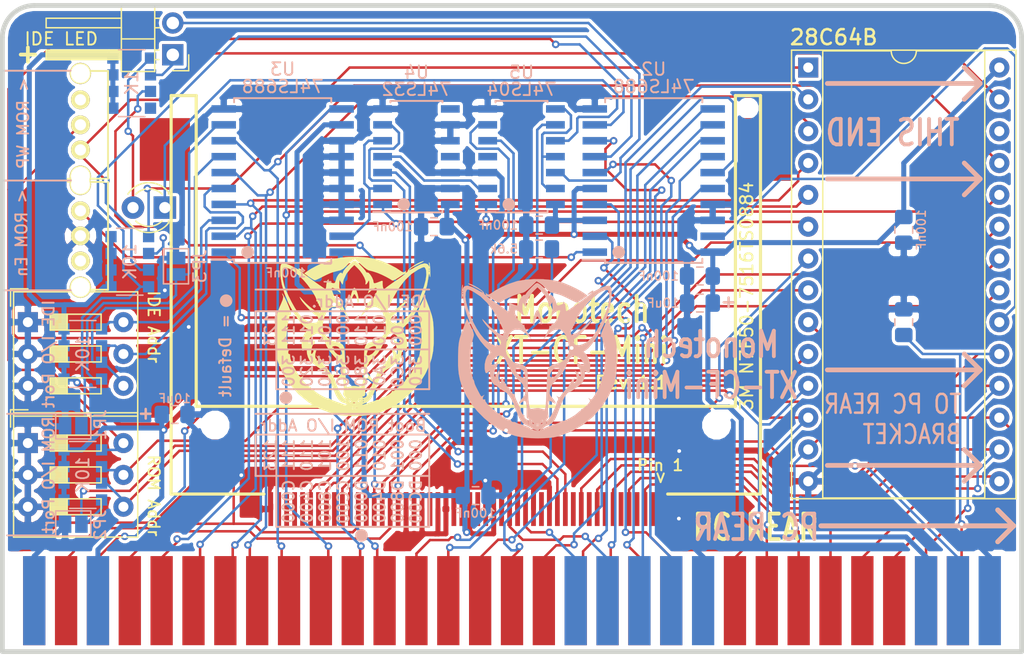
<source format=kicad_pcb>
(kicad_pcb (version 20171130) (host pcbnew "(5.1.4)-1")
  (title_block (title XT-CF-Mini) (date 2019-01-29) (rev 1.1) (company "Monotech PCs") (comment 2 "GNU Free Documentation License (GFDL)") (comment 3 "Based on www.malinov.com/Home/sergeys-projects/xt-cf-lite") (comment 4 "Modified from Sergey Kiselev's XT-CF-Lite design"))
  (layers (0 Front signal) (31 Back signal) (36 B.SilkS user) (37 F.SilkS user) (38 B.Mask user) (39 F.Mask user) (44 Edge.Cuts user))
  (net 0 "")
  (net 1 /A0)
  (net 2 /A1)
  (net 3 /A10)
  (net 4 /A11)
  (net 5 /A12)
  (net 6 /A13)
  (net 7 /A14)
  (net 8 /A15)
  (net 9 /A16)
  (net 10 /A17)
  (net 11 /A18)
  (net 12 /A19)
  (net 13 /A2)
  (net 14 /A3)
  (net 15 /A4)
  (net 16 /A5)
  (net 17 /A6)
  (net 18 /A7)
  (net 19 /A8)
  (net 20 /A9)
  (net 21 /AEN)
  (net 22 /CF_DMARQ)
  (net 23 /CF_IORDY)
  (net 24 /D0)
  (net 25 /D1)
  (net 26 /D2)
  (net 27 /D3)
  (net 28 /D4)
  (net 29 /D5)
  (net 30 /D6)
  (net 31 /D7)
  (net 32 /RDY/~BUSY)
  (net 33 /~CF_CS0)
  (net 34 /~CF_CS1)
  (net 35 /~CF_DASP)
  (net 36 /~CF_RESET)
  (net 37 /~IOR)
  (net 38 /~IOW)
  (net 39 /~MEMR)
  (net 40 /~MEMW)
  (net 41 /~ROMW)
  (net 42 /~ROM_CS)
  (net 43 GND)
  (net 44 VCC)
  (net 45 "Net-(D1-Pad2)")
  (net 46 "Net-(D1-Pad1)")
  (net 47 "Net-(P2-Pad2)")
  (net 48 "Net-(P2-Pad1)")
  (net 49 "Net-(U3-Pad19)")
  (net 50 "Net-(U4-Pad4)")
  (net 51 "Net-(U5-Pad11)")
  (net 52 "Net-(RN1-Pad2)")
  (net 53 "Net-(RN1-Pad3)")
  (net 54 "Net-(RN1-Pad1)")
  (net 55 "Net-(RN2-Pad2)")
  (net 56 "Net-(RN3-Pad2)")
  (net 57 "Net-(RN3-Pad3)")
  (net 58 "Net-(RN3-Pad1)")
  (net 59 "Net-(JP1-Pad2)")
  (net 60 "Net-(JP2-Pad2)")
  (net 61 "Net-(JP3-Pad2)")
  (net 62 /RSTDRV)
  (net 63 "Net-(P1-Pad26)")
  (net 64 "Net-(P1-Pad24)")
  (net 65 "Net-(P1-Pad25)")
  (net 66 "Net-(P1-Pad27)")
  (net 67 "Net-(P1-Pad28)")
  (net 68 "Net-(P1-Pad29)")
  (net 69 "Net-(P1-Pad30)")
  (net 70 "Net-(P1-Pad31)")
  (net 71 "Net-(P1-Pad33)")
  (net 72 "Net-(P1-Pad37)")
  (net 73 "Net-(P1-Pad40)")
  (net 74 "Net-(P1-Pad46)")
  (net 75 "Net-(P1-Pad47)")
  (net 76 "Net-(P1-Pad48)")
  (net 77 "Net-(P1-Pad49)")
  (net 78 "Net-(RN4-Pad4)")
  (net 79 "Net-(SW1-Pad3)")
  (net 80 "Net-(SW2-Pad1)")
  (net 81 "Net-(U1-Pad26)")
  (net 82 "Net-(U4-Pad8)")
  (net 83 "Net-(U4-Pad11)")
  (net 84 "Net-(U5-Pad4)")
  (module Custom:Monotech_Logo_150 (layer Back) (at 215.519 139.065 180)
    (fp_text reference G*** hide)
    (fp_text value LOGO hide)
  )
  (module Custom:CKCOMP-OS102011MA1QN1 (layer Front) (at 179.07 129.254 270)
    (fp_text reference SW1)
    (fp_text value "ROM Enable")
    (pad 1 thru_hole circle (at -2 0 270) (size 1.5 1.5) (drill 0.9) (layers *.Cu *.Mask F.SilkS) (net 55 "Net-(RN2-Pad2)"))
    (pad 2 thru_hole circle (at 0 0 270) (size 1.5 1.5) (drill 0.9) (layers *.Cu *.Mask F.SilkS) (net 43 GND))
    (pad 3 thru_hole circle (at 2 0 270) (size 1.5 1.5) (drill 0.9) (layers *.Cu *.Mask F.SilkS) (net 79 "Net-(SW1-Pad3)"))
    (pad "" thru_hole circle (at 4.1 0 270) (size 1.7 1.7) (drill 1.5) (layers *.Cu *.Mask F.SilkS))
    (pad "" thru_hole circle (at -4.1 0 270) (size 1.7 1.7) (drill 1.5) (layers *.Cu *.Mask F.SilkS))
  )
  (module Custom:CKCOMP-OS102011MA1QN1 (layer Front) (at 179.07 120.396 270)
    (fp_text reference SW2)
    (fp_text value "ROM Write Enable")
    (pad 1 thru_hole circle (at -2 0 270) (size 1.5 1.5) (drill 0.9) (layers *.Cu *.Mask F.SilkS) (net 80 "Net-(SW2-Pad1)"))
    (pad 2 thru_hole circle (at 0 0 270) (size 1.5 1.5) (drill 0.9) (layers *.Cu *.Mask F.SilkS) (net 40 /~MEMW))
    (pad 3 thru_hole circle (at 2 0 270) (size 1.5 1.5) (drill 0.9) (layers *.Cu *.Mask F.SilkS) (net 41 /~ROMW))
    (pad "" thru_hole circle (at 4.1 0 270) (size 1.7 1.7) (drill 1.5) (layers *.Cu *.Mask F.SilkS))
    (pad "" thru_hole circle (at -4.1 0 270) (size 1.7 1.7) (drill 1.5) (layers *.Cu *.Mask F.SilkS))
  )
  (module Button_Switch_THT:SW_DIP_SPSTx03_Slide_9.78x9.8mm_W7.62mm_P2.54mm (layer Front) (at 174.879 136.144)
    (fp_text reference SW4)
    (fp_text value "IDE Addr" (at 10.033 0.381 -90 unlocked) (layer F.SilkS) (effects (font (size 0.9 0.9))))
    (pad 1 thru_hole rect (at 0 0) (size 1.6 1.6) (drill 0.8) (layers *.Cu *.Mask) (net 43 GND))
    (pad 4 thru_hole oval (at 7.62 5.08) (size 1.6 1.6) (drill 0.8) (layers *.Cu *.Mask) (net 53 "Net-(RN1-Pad3)"))
    (pad 2 thru_hole oval (at 0 2.54) (size 1.6 1.6) (drill 0.8) (layers *.Cu *.Mask) (net 43 GND))
    (pad 5 thru_hole oval (at 7.62 2.54) (size 1.6 1.6) (drill 0.8) (layers *.Cu *.Mask) (net 52 "Net-(RN1-Pad2)"))
    (pad 3 thru_hole oval (at 0 5.08) (size 1.6 1.6) (drill 0.8) (layers *.Cu *.Mask) (net 43 GND))
    (pad 6 thru_hole oval (at 7.62 0) (size 1.6 1.6) (drill 0.8) (layers *.Cu *.Mask) (net 54 "Net-(RN1-Pad1)"))
  )
  (module Button_Switch_THT:SW_DIP_SPSTx03_Slide_9.78x9.8mm_W7.62mm_P2.54mm (layer Front) (at 174.879 145.796)
    (fp_text reference SW3)
    (fp_text value "ROM Addr" (at 10.033 4.191 270 unlocked) (layer F.SilkS) (effects (font (size 0.9 0.9))))
    (pad 1 thru_hole rect (at 0 0) (size 1.6 1.6) (drill 0.8) (layers *.Cu *.Mask) (net 43 GND))
    (pad 4 thru_hole oval (at 7.62 5.08) (size 1.6 1.6) (drill 0.8) (layers *.Cu *.Mask) (net 57 "Net-(RN3-Pad3)"))
    (pad 2 thru_hole oval (at 0 2.54) (size 1.6 1.6) (drill 0.8) (layers *.Cu *.Mask) (net 43 GND))
    (pad 5 thru_hole oval (at 7.62 2.54) (size 1.6 1.6) (drill 0.8) (layers *.Cu *.Mask) (net 56 "Net-(RN3-Pad2)"))
    (pad 3 thru_hole oval (at 0 5.08) (size 1.6 1.6) (drill 0.8) (layers *.Cu *.Mask) (net 43 GND))
    (pad 6 thru_hole oval (at 7.62 0) (size 1.6 1.6) (drill 0.8) (layers *.Cu *.Mask) (net 58 "Net-(RN3-Pad1)"))
  )
  (module Custom:Monotech_Logo_150 (layer Front) (at 200.914 137.287)
    (fp_text reference G*** hide)
    (fp_text value LOGO hide)
  )
  (module Custom:ISA-8BIT-XT-CF (layer Front) (at 213.487 158.623)
    (fp_text reference BUS1 hide)
    (fp_text value BUSPC_DEV hide)
    (pad 10 connect rect (at 15.24 -0.254) (size 1.778 7.112) (layers Back B.Mask) (net 43 GND))
    (pad 62 connect rect (at -38.1 -0.254) (size 1.778 7.112) (layers Front F.Mask) (net 1 /A0))
    (pad 61 connect rect (at -35.56 -0.254) (size 1.778 7.112) (layers Front F.Mask) (net 2 /A1))
    (pad 60 connect rect (at -33.02 -0.254) (size 1.778 7.112) (layers Front F.Mask) (net 13 /A2))
    (pad 59 connect rect (at -30.48 -0.254) (size 1.778 7.112) (layers Front F.Mask) (net 14 /A3))
    (pad 58 connect rect (at -27.94 -0.254) (size 1.778 7.112) (layers Front F.Mask) (net 15 /A4))
    (pad 57 connect rect (at -25.4 -0.254) (size 1.778 7.112) (layers Front F.Mask) (net 16 /A5))
    (pad 56 connect rect (at -22.86 -0.254) (size 1.778 7.112) (layers Front F.Mask) (net 17 /A6))
    (pad 55 connect rect (at -20.32 -0.254) (size 1.778 7.112) (layers Front F.Mask) (net 18 /A7))
    (pad 54 connect rect (at -17.78 -0.254) (size 1.778 7.112) (layers Front F.Mask) (net 19 /A8))
    (pad 53 connect rect (at -15.24 -0.254) (size 1.778 7.112) (layers Front F.Mask) (net 20 /A9))
    (pad 52 connect rect (at -12.7 -0.254) (size 1.778 7.112) (layers Front F.Mask) (net 3 /A10))
    (pad 51 connect rect (at -10.16 -0.254) (size 1.778 7.112) (layers Front F.Mask) (net 4 /A11))
    (pad 50 connect rect (at -7.62 -0.254) (size 1.778 7.112) (layers Front F.Mask) (net 5 /A12))
    (pad 49 connect rect (at -5.08 -0.254) (size 1.778 7.112) (layers Front F.Mask) (net 6 /A13))
    (pad 48 connect rect (at -2.54 -0.254) (size 1.778 7.112) (layers Front F.Mask) (net 7 /A14))
    (pad 47 connect rect (at 0 -0.254) (size 1.778 7.112) (layers Front F.Mask) (net 8 /A15))
    (pad 46 connect rect (at 2.54 -0.254) (size 1.778 7.112) (layers Front F.Mask) (net 9 /A16))
    (pad 45 connect rect (at 5.08 -0.254) (size 1.778 7.112) (layers Front F.Mask) (net 10 /A17))
    (pad 44 connect rect (at 7.62 -0.254) (size 1.778 7.112) (layers Front F.Mask) (net 11 /A18))
    (pad 43 connect rect (at 10.16 -0.254) (size 1.778 7.112) (layers Front F.Mask) (net 12 /A19))
    (pad 42 connect rect (at 12.7 -0.254) (size 1.778 7.112) (layers Front F.Mask) (net 21 /AEN))
    (pad 40 connect rect (at 17.78 -0.254) (size 1.778 7.112) (layers Front F.Mask) (net 24 /D0))
    (pad 39 connect rect (at 20.32 -0.254) (size 1.778 7.112) (layers Front F.Mask) (net 25 /D1))
    (pad 38 connect rect (at 22.86 -0.254) (size 1.778 7.112) (layers Front F.Mask) (net 26 /D2))
    (pad 37 connect rect (at 25.4 -0.254) (size 1.778 7.112) (layers Front F.Mask) (net 27 /D3))
    (pad 36 connect rect (at 27.94 -0.254) (size 1.778 7.112) (layers Front F.Mask) (net 28 /D4))
    (pad 35 connect rect (at 30.48 -0.254) (size 1.778 7.112) (layers Front F.Mask) (net 29 /D5))
    (pad 34 connect rect (at 33.02 -0.254) (size 1.778 7.112) (layers Front F.Mask) (net 30 /D6))
    (pad 33 connect rect (at 35.56 -0.254) (size 1.778 7.112) (layers Front F.Mask) (net 31 /D7))
    (pad 31 connect rect (at -38.1 -0.254) (size 1.778 7.112) (layers Back B.Mask) (net 43 GND))
    (pad 29 connect rect (at -33.02 -0.254) (size 1.778 7.112) (layers Back B.Mask) (net 44 VCC))
    (pad 14 connect rect (at 5.08 -0.254) (size 1.778 7.112) (layers Back B.Mask) (net 37 /~IOR))
    (pad 13 connect rect (at 7.62 -0.254) (size 1.778 7.112) (layers Back B.Mask) (net 38 /~IOW))
    (pad 12 connect rect (at 10.16 -0.254) (size 1.778 7.112) (layers Back B.Mask) (net 39 /~MEMR))
    (pad 11 connect rect (at 12.7 -0.254) (size 1.778 7.112) (layers Back B.Mask) (net 40 /~MEMW))
    (pad 3 connect rect (at 33.02 -0.254) (size 1.778 7.112) (layers Back B.Mask) (net 44 VCC))
    (pad 2 connect rect (at 35.56 -0.254) (size 1.778 7.112) (layers Back B.Mask) (net 62 /RSTDRV))
    (pad 1 connect rect (at 38.1 -0.254) (size 1.778 7.112) (layers Back B.Mask) (net 43 GND))
  )
  (module Capacitor_SMD:C_0805_2012Metric_Pad1.15x1.40mm_HandSolder (layer Back) (at 244.729 128.778 270)
    (fp_text reference C1)
    (fp_text value 100nF (at 0 -1.397 270) (layer B.SilkS) (effects (font (size 0.7 0.7) (thickness 0.12)) (justify mirror)))
    (pad 1 smd roundrect (at -1.025 0 270) (size 1.15 1.4) (layers Back B.Paste B.Mask) (roundrect_rratio 0.217391) (net 44 VCC))
    (pad 2 smd roundrect (at 1.025 0 270) (size 1.15 1.4) (layers Back B.Paste B.Mask) (roundrect_rratio 0.217391) (net 43 GND))
  )
  (module Capacitor_SMD:C_0805_2012Metric_Pad1.15x1.40mm_HandSolder (layer Back) (at 228.473 132.461 180)
    (fp_text reference C2)
    (fp_text value 100nF (at 3.302 0 180) (layer B.SilkS) (effects (font (size 0.7 0.7) (thickness 0.12)) (justify mirror)))
    (pad 2 smd roundrect (at 1.025 0 180) (size 1.15 1.4) (layers Back B.Paste B.Mask) (roundrect_rratio 0.217391) (net 43 GND))
    (pad 1 smd roundrect (at -1.025 0 180) (size 1.15 1.4) (layers Back B.Paste B.Mask) (roundrect_rratio 0.217391) (net 44 VCC))
  )
  (module Capacitor_SMD:C_0805_2012Metric_Pad1.15x1.40mm_HandSolder (layer Back) (at 215.646 128.397 180)
    (fp_text reference C3)
    (fp_text value 100nF (at 3.302 0 180) (layer B.SilkS) (effects (font (size 0.7 0.7) (thickness 0.12)) (justify mirror)))
    (pad 2 smd roundrect (at 1.025 0 180) (size 1.15 1.4) (layers Back B.Paste B.Mask) (roundrect_rratio 0.217391) (net 43 GND))
    (pad 1 smd roundrect (at -1.025 0 180) (size 1.15 1.4) (layers Back B.Paste B.Mask) (roundrect_rratio 0.217391) (net 44 VCC))
  )
  (module Capacitor_SMD:C_0805_2012Metric_Pad1.15x1.40mm_HandSolder (layer Back) (at 207.264 128.524 180)
    (fp_text reference C4)
    (fp_text value 100nF (at 3.302 0 180) (layer B.SilkS) (effects (font (size 0.7 0.7) (thickness 0.12)) (justify mirror)))
    (pad 1 smd roundrect (at -1.025 0 180) (size 1.15 1.4) (layers Back B.Paste B.Mask) (roundrect_rratio 0.217391) (net 44 VCC))
    (pad 2 smd roundrect (at 1.025 0 180) (size 1.15 1.4) (layers Back B.Paste B.Mask) (roundrect_rratio 0.217391) (net 43 GND))
  )
  (module Capacitor_SMD:C_0805_2012Metric_Pad1.15x1.40mm_HandSolder (layer Back) (at 198.775 132.207 180)
    (fp_text reference C5)
    (fp_text value 100nF (at 3.322 0 180) (layer B.SilkS) (effects (font (size 0.7 0.7) (thickness 0.12)) (justify mirror)))
    (pad 2 smd roundrect (at 1.025 0 180) (size 1.15 1.4) (layers Back B.Paste B.Mask) (roundrect_rratio 0.217391) (net 43 GND))
    (pad 1 smd roundrect (at -1.025 0 180) (size 1.15 1.4) (layers Back B.Paste B.Mask) (roundrect_rratio 0.217391) (net 44 VCC))
  )
  (module Capacitor_SMD:C_0805_2012Metric_Pad1.15x1.40mm_HandSolder (layer Back) (at 210.586 149.987)
    (fp_text reference C6)
    (fp_text value 100nF (at -0.02 1.397) (layer B.SilkS) (effects (font (size 0.7 0.7) (thickness 0.12)) (justify mirror)))
    (pad 2 smd roundrect (at 1.025 0) (size 1.15 1.4) (layers Back B.Paste B.Mask) (roundrect_rratio 0.217391) (net 43 GND))
    (pad 1 smd roundrect (at -1.025 0) (size 1.15 1.4) (layers Back B.Paste B.Mask) (roundrect_rratio 0.217391) (net 44 VCC))
  )
  (module Capacitor_SMD:C_0805_2012Metric_Pad1.15x1.40mm_HandSolder (layer Back) (at 186.583 143.51)
    (fp_text reference C7)
    (fp_text value 10uF (at 0 -1.27) (layer B.SilkS) (effects (font (size 0.7 0.7) (thickness 0.12)) (justify mirror)))
    (pad 1 smd roundrect (at -1.025 0) (size 1.15 1.4) (layers Back B.Paste B.Mask) (roundrect_rratio 0.217391) (net 44 VCC))
    (pad 2 smd roundrect (at 1.025 0) (size 1.15 1.4) (layers Back B.Paste B.Mask) (roundrect_rratio 0.217391) (net 43 GND))
  )
  (module Capacitor_SMD:C_0805_2012Metric_Pad1.15x1.40mm_HandSolder (layer Back) (at 228.473 134.62 180)
    (fp_text reference C8)
    (fp_text value 10uF (at 2.921 0 180) (layer B.SilkS) (effects (font (size 0.7 0.7) (thickness 0.12)) (justify mirror)))
    (pad 2 smd roundrect (at 1.025 0 180) (size 1.15 1.4) (layers Back B.Paste B.Mask) (roundrect_rratio 0.217391) (net 43 GND))
    (pad 1 smd roundrect (at -1.025 0 180) (size 1.15 1.4) (layers Back B.Paste B.Mask) (roundrect_rratio 0.217391) (net 44 VCC))
  )
  (module LED_THT:LED_D3.0mm (layer Front) (at 185.801 127 180)
    (fp_text reference D1)
    (fp_text value "IDE LED")
    (pad 2 thru_hole circle (at 2.54 0 180) (size 1.8 1.8) (drill 0.9) (layers *.Cu *.Mask) (net 45 "Net-(D1-Pad2)"))
    (pad 1 thru_hole rect (at 0 0 180) (size 1.8 1.8) (drill 0.9) (layers *.Cu *.Mask) (net 46 "Net-(D1-Pad1)"))
  )
  (module Jumper:SolderJumper-2_P1.3mm_Open_Pad1.0x1.5mm (layer Back) (at 178.498 144.462)
    (fp_text reference JP1 (at 2.159 -0.127 90) (layer B.SilkS) (effects (font (size 0.9 0.9) (thickness 0.1524)) (justify mirror)))
    (fp_text value A17)
    (pad 2 smd rect (at 0.65 0) (size 1 1.5) (layers Back B.Mask) (net 59 "Net-(JP1-Pad2)"))
    (pad 1 smd rect (at -0.65 0) (size 1 1.5) (layers Back B.Mask) (net 43 GND))
  )
  (module Jumper:SolderJumper-2_P1.3mm_Open_Pad1.0x1.5mm (layer Back) (at 178.498 152.21)
    (fp_text reference JP2 (at 2.144 0.127 90) (layer B.SilkS) (effects (font (size 0.9 0.9) (thickness 0.1524)) (justify mirror)))
    (fp_text value A13)
    (pad 1 smd rect (at -0.65 0) (size 1 1.5) (layers Back B.Mask) (net 43 GND))
    (pad 2 smd rect (at 0.65 0) (size 1 1.5) (layers Back B.Mask) (net 60 "Net-(JP2-Pad2)"))
  )
  (module Jumper:SolderJumper-2_P1.3mm_Open_Pad1.0x1.5mm (layer Back) (at 186.69 131.684 270)
    (fp_text reference JP3 (at 0 -1.905 270) (layer B.SilkS) (effects (justify mirror)))
    (fp_text value A8)
    (pad 1 smd rect (at -0.65 0 270) (size 1 1.5) (layers Back B.Mask) (net 43 GND))
    (pad 2 smd rect (at 0.65 0 270) (size 1 1.5) (layers Back B.Mask) (net 61 "Net-(JP3-Pad2)"))
  )
  (module Custom:CF_Slot_3M_N7E50-7516TS0884 (layer Front) (at 209.804 145.161 180)
    (fp_text reference P1)
    (fp_text value CF_CARD hide)
    (fp_text user "Pin 1" (at -15.5 -2.4 180) (layer F.SilkS) (effects (font (size 0.9 0.9) (thickness 0.1524))))
    (fp_text user "3M N7E50-7516TS0884" (at -22.4 11.1 270) (layer F.SilkS))
    (fp_text user > (at -15.6 -3.4 270 unlocked) (layer F.SilkS) (effects (font (size 0.9 0.9) (thickness 0.1524))))
    (pad 50 smd rect (at 15.5575 -5.9 180) (size 0.381 2.7) (layers Front F.Paste F.Mask) (net 43 GND))
    (pad 49 smd rect (at 14.2875 -5.9 180) (size 0.381 2.7) (layers Front F.Paste F.Mask) (net 77 "Net-(P1-Pad49)"))
    (pad 48 smd rect (at 13.0175 -5.9 180) (size 0.381 2.7) (layers Front F.Paste F.Mask) (net 76 "Net-(P1-Pad48)"))
    (pad 47 smd rect (at 11.7475 -5.9 180) (size 0.381 2.7) (layers Front F.Paste F.Mask) (net 75 "Net-(P1-Pad47)"))
    (pad 46 smd rect (at 10.4775 -5.9 180) (size 0.381 2.7) (layers Front F.Paste F.Mask) (net 74 "Net-(P1-Pad46)"))
    (pad 45 smd rect (at 9.2075 -5.9 180) (size 0.381 2.7) (layers Front F.Paste F.Mask) (net 35 /~CF_DASP))
    (pad 44 smd rect (at 7.9375 -5.9 180) (size 0.381 2.7) (layers Front F.Paste F.Mask) (net 44 VCC))
    (pad 43 smd rect (at 6.6675 -5.9 180) (size 0.381 2.7) (layers Front F.Paste F.Mask) (net 22 /CF_DMARQ))
    (pad 42 smd rect (at 5.3975 -5.9 180) (size 0.381 2.7) (layers Front F.Paste F.Mask) (net 23 /CF_IORDY))
    (pad 41 smd rect (at 4.1275 -5.9 180) (size 0.381 2.7) (layers Front F.Paste F.Mask) (net 36 /~CF_RESET))
    (pad 40 smd rect (at 2.8575 -5.9 180) (size 0.381 2.7) (layers Front F.Paste F.Mask) (net 73 "Net-(P1-Pad40)"))
    (pad 39 smd rect (at 1.5875 -5.9 180) (size 0.381 2.7) (layers Front F.Paste F.Mask) (net 43 GND))
    (pad 38 smd rect (at 0.3175 -5.9 180) (size 0.381 2.7) (layers Front F.Paste F.Mask) (net 44 VCC))
    (pad 37 smd rect (at -0.9525 -5.9 180) (size 0.381 2.7) (layers Front F.Paste F.Mask) (net 72 "Net-(P1-Pad37)"))
    (pad 36 smd rect (at -2.2225 -5.9 180) (size 0.381 2.7) (layers Front F.Paste F.Mask) (net 44 VCC))
    (pad 35 smd rect (at -3.4925 -5.9 180) (size 0.381 2.7) (layers Front F.Paste F.Mask) (net 38 /~IOW))
    (pad 34 smd rect (at -4.7625 -5.9 180) (size 0.381 2.7) (layers Front F.Paste F.Mask) (net 37 /~IOR))
    (pad 33 smd rect (at -6.0325 -5.9 180) (size 0.381 2.7) (layers Front F.Paste F.Mask) (net 71 "Net-(P1-Pad33)"))
    (pad 32 smd rect (at -7.3025 -5.9 180) (size 0.381 2.7) (layers Front F.Paste F.Mask) (net 34 /~CF_CS1))
    (pad 31 smd rect (at -8.5725 -5.9 180) (size 0.381 2.7) (layers Front F.Paste F.Mask) (net 70 "Net-(P1-Pad31)"))
    (pad 30 smd rect (at -9.8425 -5.9 180) (size 0.381 2.7) (layers Front F.Paste F.Mask) (net 69 "Net-(P1-Pad30)"))
    (pad 29 smd rect (at -11.1125 -5.9 180) (size 0.381 2.7) (layers Front F.Paste F.Mask) (net 68 "Net-(P1-Pad29)"))
    (pad 28 smd rect (at -12.3825 -5.9 180) (size 0.381 2.7) (layers Front F.Paste F.Mask) (net 67 "Net-(P1-Pad28)"))
    (pad 27 smd rect (at -13.6525 -5.9 180) (size 0.381 2.7) (layers Front F.Paste F.Mask) (net 66 "Net-(P1-Pad27)"))
    (pad 25 smd rect (at 14.9225 -5.9 180) (size 0.381 2.7) (layers Front F.Paste F.Mask) (net 65 "Net-(P1-Pad25)"))
    (pad 24 smd rect (at 13.6525 -5.9 180) (size 0.381 2.7) (layers Front F.Paste F.Mask) (net 64 "Net-(P1-Pad24)"))
    (pad 23 smd rect (at 12.3825 -5.9 180) (size 0.381 2.7) (layers Front F.Paste F.Mask) (net 26 /D2))
    (pad 22 smd rect (at 11.1125 -5.9 180) (size 0.381 2.7) (layers Front F.Paste F.Mask) (net 25 /D1))
    (pad 21 smd rect (at 9.8425 -5.9 180) (size 0.381 2.7) (layers Front F.Paste F.Mask) (net 24 /D0))
    (pad 20 smd rect (at 8.5725 -5.9 180) (size 0.381 2.7) (layers Front F.Paste F.Mask) (net 2 /A1))
    (pad 19 smd rect (at 7.3025 -5.9 180) (size 0.381 2.7) (layers Front F.Paste F.Mask) (net 13 /A2))
    (pad 18 smd rect (at 6.0325 -5.9 180) (size 0.381 2.7) (layers Front F.Paste F.Mask) (net 14 /A3))
    (pad 17 smd rect (at 4.7625 -5.9 180) (size 0.381 2.7) (layers Front F.Paste F.Mask) (net 43 GND))
    (pad 16 smd rect (at 3.4925 -5.9 180) (size 0.381 2.7) (layers Front F.Paste F.Mask) (net 43 GND))
    (pad 15 smd rect (at 2.2225 -5.9 180) (size 0.381 2.7) (layers Front F.Paste F.Mask) (net 43 GND))
    (pad 14 smd rect (at 0.9525 -5.9 180) (size 0.381 2.7) (layers Front F.Paste F.Mask) (net 43 GND))
    (pad 13 smd rect (at -0.3175 -5.9 180) (size 0.381 2.7) (layers Front F.Paste F.Mask) (net 44 VCC))
    (pad 12 smd rect (at -1.5875 -5.9 180) (size 0.381 2.7) (layers Front F.Paste F.Mask) (net 43 GND))
    (pad 11 smd rect (at -2.8575 -5.9 180) (size 0.381 2.7) (layers Front F.Paste F.Mask) (net 43 GND))
    (pad 10 smd rect (at -4.1275 -5.9 180) (size 0.381 2.7) (layers Front F.Paste F.Mask) (net 43 GND))
    (pad 9 smd rect (at -5.3975 -5.9 180) (size 0.381 2.7) (layers Front F.Paste F.Mask) (net 43 GND))
    (pad 8 smd rect (at -6.6675 -5.9 180) (size 0.381 2.7) (layers Front F.Paste F.Mask) (net 43 GND))
    (pad 7 smd rect (at -7.9375 -5.9 180) (size 0.381 2.7) (layers Front F.Paste F.Mask) (net 33 /~CF_CS0))
    (pad 6 smd rect (at -9.2075 -5.9 180) (size 0.381 2.7) (layers Front F.Paste F.Mask) (net 31 /D7))
    (pad 5 smd rect (at -10.4775 -5.9 180) (size 0.381 2.7) (layers Front F.Paste F.Mask) (net 30 /D6))
    (pad 4 smd rect (at -11.7475 -5.9 180) (size 0.381 2.7) (layers Front F.Paste F.Mask) (net 29 /D5))
    (pad 3 smd rect (at -13.0175 -5.9 180) (size 0.381 2.7) (layers Front F.Paste F.Mask) (net 28 /D4))
    (pad 2 smd rect (at -14.2875 -5.9 180) (size 0.381 2.7) (layers Front F.Paste F.Mask) (net 27 /D3))
    (pad "" smd rect (at 24 22.8 180) (size 4 5) (layers Front F.Paste F.Mask))
    (pad "" smd rect (at -24 22.8 180) (size 4 5) (layers Front F.Paste F.Mask))
    (pad "" np_thru_hole circle (at 22.5 26.1 180) (size 1.2 1.2) (drill 1.2) (layers *.Cu *.Mask))
    (pad "" np_thru_hole circle (at -22.5 26.1 180) (size 1.2 1.2) (drill 1.2) (layers *.Cu *.Mask))
    (pad 1 smd rect (at -15.5575 -5.9 180) (size 0.381 2.7) (layers Front F.Paste F.Mask) (net 43 GND))
    (pad 26 smd rect (at -14.9225 -5.9 180) (size 0.381 2.7) (layers Front F.Paste F.Mask) (net 63 "Net-(P1-Pad26)"))
    (pad "" np_thru_hole circle (at -20 0.8 180) (size 1.8 1.8) (drill 1.8) (layers *.Cu *.Mask))
    (pad "" np_thru_hole circle (at 20 0.8 180) (size 1.8 1.8) (drill 1.8) (layers *.Cu *.Mask))
  )
  (module Connector_PinHeader_2.54mm:PinHeader_1x02_P2.54mm_Horizontal (layer Front) (at 186.436 114.808 180)
    (fp_text reference P2)
    (fp_text value "IDE LED" (at 8.89 1.27 180) (layer F.SilkS))
    (pad 1 thru_hole rect (at 0 0 180) (size 1.7 1.7) (drill 1) (layers *.Cu *.Mask) (net 48 "Net-(P2-Pad1)"))
    (pad 2 thru_hole oval (at 0 2.54 180) (size 1.7 1.7) (drill 1) (layers *.Cu *.Mask) (net 47 "Net-(P2-Pad2)"))
  )
  (module Capacitor_SMD:C_0805_2012Metric_Pad1.15x1.40mm_HandSolder (layer Back) (at 215.646 130.302 180)
    (fp_text reference R1)
    (fp_text value 5.6k (at 2.794 0 180) (layer B.SilkS) (effects (font (size 0.7 0.7) (thickness 0.12)) (justify mirror)))
    (pad 1 smd roundrect (at -1.025 0 180) (size 1.15 1.4) (layers Back B.Paste B.Mask) (roundrect_rratio 0.217391) (net 22 /CF_DMARQ))
    (pad 2 smd roundrect (at 1.025 0 180) (size 1.15 1.4) (layers Back B.Paste B.Mask) (roundrect_rratio 0.217391) (net 43 GND))
  )
  (module Capacitor_SMD:C_0805_2012Metric_Pad1.15x1.40mm_HandSolder (layer Back) (at 244.729 136.144 90)
    (fp_text reference R2)
    (fp_text value 10K)
    (pad 1 smd roundrect (at -1.025 0 90) (size 1.15 1.4) (layers Back B.Paste B.Mask) (roundrect_rratio 0.217391) (net 31 /D7))
    (pad 2 smd roundrect (at 1.025 0 90) (size 1.15 1.4) (layers Back B.Paste B.Mask) (roundrect_rratio 0.217391) (net 43 GND))
  )
  (module Resistor_SMD:R_Array_Convex_4x1206 (layer Back) (at 179.26 138.684 180)
    (fp_text reference RN1)
    (fp_text value 10K (at 0 0 270) (layer B.SilkS) (effects (justify mirror)))
    (pad 6 smd rect (at 1.5 -0.66 180) (size 0.9 0.9) (layers Back B.Paste B.Mask) (net 44 VCC))
    (pad 5 smd rect (at 1.5 -2 180) (size 0.9 0.9) (layers Back B.Paste B.Mask) (net 44 VCC))
    (pad 8 smd rect (at 1.5 2 180) (size 0.9 0.9) (layers Back B.Paste B.Mask) (net 44 VCC))
    (pad 7 smd rect (at 1.5 0.66 180) (size 0.9 0.9) (layers Back B.Paste B.Mask) (net 44 VCC))
    (pad 3 smd rect (at -1.5 -0.66 180) (size 0.9 0.9) (layers Back B.Paste B.Mask) (net 53 "Net-(RN1-Pad3)"))
    (pad 2 smd rect (at -1.5 0.66 180) (size 0.9 0.9) (layers Back B.Paste B.Mask) (net 52 "Net-(RN1-Pad2)"))
    (pad 4 smd rect (at -1.5 -2 180) (size 0.9 0.9) (layers Back B.Paste B.Mask) (net 61 "Net-(JP3-Pad2)"))
    (pad 1 smd rect (at -1.5 2 180) (size 0.9 0.9) (layers Back B.Paste B.Mask) (net 54 "Net-(RN1-Pad1)"))
  )
  (module Resistor_SMD:R_Array_Convex_4x1206 (layer Back) (at 183.007 131.318 180)
    (fp_text reference RN2)
    (fp_text value 10K (at 0 0 270) (layer B.SilkS) (effects (justify mirror)))
    (pad 1 smd rect (at -1.5 2 180) (size 0.9 0.9) (layers Back B.Paste B.Mask) (net 32 /RDY/~BUSY))
    (pad 4 smd rect (at -1.5 -2 180) (size 0.9 0.9) (layers Back B.Paste B.Mask) (net 59 "Net-(JP1-Pad2)"))
    (pad 2 smd rect (at -1.5 0.66 180) (size 0.9 0.9) (layers Back B.Paste B.Mask) (net 55 "Net-(RN2-Pad2)"))
    (pad 3 smd rect (at -1.5 -0.66 180) (size 0.9 0.9) (layers Back B.Paste B.Mask) (net 41 /~ROMW))
    (pad 7 smd rect (at 1.5 0.66 180) (size 0.9 0.9) (layers Back B.Paste B.Mask) (net 44 VCC))
    (pad 8 smd rect (at 1.5 2 180) (size 0.9 0.9) (layers Back B.Paste B.Mask) (net 44 VCC))
    (pad 5 smd rect (at 1.5 -2 180) (size 0.9 0.9) (layers Back B.Paste B.Mask) (net 44 VCC))
    (pad 6 smd rect (at 1.5 -0.66 180) (size 0.9 0.9) (layers Back B.Paste B.Mask) (net 44 VCC))
  )
  (module Resistor_SMD:R_Array_Convex_4x1206 (layer Back) (at 179.26 148.336 180)
    (fp_text reference RN3)
    (fp_text value 10K (at 0 0 270) (layer B.SilkS) (effects (justify mirror)))
    (pad 6 smd rect (at 1.5 -0.66 180) (size 0.9 0.9) (layers Back B.Paste B.Mask) (net 44 VCC))
    (pad 5 smd rect (at 1.5 -2 180) (size 0.9 0.9) (layers Back B.Paste B.Mask) (net 44 VCC))
    (pad 8 smd rect (at 1.5 2 180) (size 0.9 0.9) (layers Back B.Paste B.Mask) (net 44 VCC))
    (pad 7 smd rect (at 1.5 0.66 180) (size 0.9 0.9) (layers Back B.Paste B.Mask) (net 44 VCC))
    (pad 3 smd rect (at -1.5 -0.66 180) (size 0.9 0.9) (layers Back B.Paste B.Mask) (net 57 "Net-(RN3-Pad3)"))
    (pad 2 smd rect (at -1.5 0.66 180) (size 0.9 0.9) (layers Back B.Paste B.Mask) (net 56 "Net-(RN3-Pad2)"))
    (pad 4 smd rect (at -1.5 -2 180) (size 0.9 0.9) (layers Back B.Paste B.Mask) (net 60 "Net-(JP2-Pad2)"))
    (pad 1 smd rect (at -1.5 2 180) (size 0.9 0.9) (layers Back B.Paste B.Mask) (net 58 "Net-(RN3-Pad1)"))
  )
  (module Resistor_SMD:R_Array_Convex_4x1206 (layer Back) (at 183.158 117.069 180)
    (fp_text reference RN4)
    (fp_text value 1K (at 0 0 270) (layer B.SilkS) (effects (justify mirror)))
    (pad 1 smd rect (at -1.5 2 180) (size 0.9 0.9) (layers Back B.Paste B.Mask) (net 45 "Net-(D1-Pad2)"))
    (pad 4 smd rect (at -1.5 -2 180) (size 0.9 0.9) (layers Back B.Paste B.Mask) (net 78 "Net-(RN4-Pad4)"))
    (pad 2 smd rect (at -1.5 0.66 180) (size 0.9 0.9) (layers Back B.Paste B.Mask) (net 48 "Net-(P2-Pad1)"))
    (pad 3 smd rect (at -1.5 -0.66 180) (size 0.9 0.9) (layers Back B.Paste B.Mask) (net 23 /CF_IORDY))
    (pad 7 smd rect (at 1.5 0.66 180) (size 0.9 0.9) (layers Back B.Paste B.Mask) (net 44 VCC))
    (pad 8 smd rect (at 1.5 2 180) (size 0.9 0.9) (layers Back B.Paste B.Mask) (net 44 VCC))
    (pad 5 smd rect (at 1.5 -2 180) (size 0.9 0.9) (layers Back B.Paste B.Mask) (net 44 VCC))
    (pad 6 smd rect (at 1.5 -0.66 180) (size 0.9 0.9) (layers Back B.Paste B.Mask) (net 44 VCC))
  )
  (module Package_DIP:DIP-28_W15.24mm_Socket (layer Front) (at 237.109 115.824)
    (fp_text reference U1)
    (fp_text value 28C64)
    (pad 28 thru_hole oval (at 15.24 0) (size 1.6 1.6) (drill 0.8) (layers *.Cu *.Mask) (net 44 VCC))
    (pad 14 thru_hole oval (at 0 33.02) (size 1.6 1.6) (drill 0.8) (layers *.Cu *.Mask) (net 43 GND))
    (pad 27 thru_hole oval (at 15.24 2.54) (size 1.6 1.6) (drill 0.8) (layers *.Cu *.Mask) (net 41 /~ROMW))
    (pad 13 thru_hole oval (at 0 30.48) (size 1.6 1.6) (drill 0.8) (layers *.Cu *.Mask) (net 26 /D2))
    (pad 26 thru_hole oval (at 15.24 5.08) (size 1.6 1.6) (drill 0.8) (layers *.Cu *.Mask) (net 81 "Net-(U1-Pad26)"))
    (pad 12 thru_hole oval (at 0 27.94) (size 1.6 1.6) (drill 0.8) (layers *.Cu *.Mask) (net 25 /D1))
    (pad 25 thru_hole oval (at 15.24 7.62) (size 1.6 1.6) (drill 0.8) (layers *.Cu *.Mask) (net 19 /A8))
    (pad 11 thru_hole oval (at 0 25.4) (size 1.6 1.6) (drill 0.8) (layers *.Cu *.Mask) (net 24 /D0))
    (pad 24 thru_hole oval (at 15.24 10.16) (size 1.6 1.6) (drill 0.8) (layers *.Cu *.Mask) (net 20 /A9))
    (pad 10 thru_hole oval (at 0 22.86) (size 1.6 1.6) (drill 0.8) (layers *.Cu *.Mask) (net 1 /A0))
    (pad 23 thru_hole oval (at 15.24 12.7) (size 1.6 1.6) (drill 0.8) (layers *.Cu *.Mask) (net 4 /A11))
    (pad 9 thru_hole oval (at 0 20.32) (size 1.6 1.6) (drill 0.8) (layers *.Cu *.Mask) (net 2 /A1))
    (pad 22 thru_hole oval (at 15.24 15.24) (size 1.6 1.6) (drill 0.8) (layers *.Cu *.Mask) (net 39 /~MEMR))
    (pad 8 thru_hole oval (at 0 17.78) (size 1.6 1.6) (drill 0.8) (layers *.Cu *.Mask) (net 13 /A2))
    (pad 21 thru_hole oval (at 15.24 17.78) (size 1.6 1.6) (drill 0.8) (layers *.Cu *.Mask) (net 3 /A10))
    (pad 7 thru_hole oval (at 0 15.24) (size 1.6 1.6) (drill 0.8) (layers *.Cu *.Mask) (net 14 /A3))
    (pad 20 thru_hole oval (at 15.24 20.32) (size 1.6 1.6) (drill 0.8) (layers *.Cu *.Mask) (net 42 /~ROM_CS))
    (pad 6 thru_hole oval (at 0 12.7) (size 1.6 1.6) (drill 0.8) (layers *.Cu *.Mask) (net 15 /A4))
    (pad 19 thru_hole oval (at 15.24 22.86) (size 1.6 1.6) (drill 0.8) (layers *.Cu *.Mask) (net 31 /D7))
    (pad 5 thru_hole oval (at 0 10.16) (size 1.6 1.6) (drill 0.8) (layers *.Cu *.Mask) (net 16 /A5))
    (pad 18 thru_hole oval (at 15.24 25.4) (size 1.6 1.6) (drill 0.8) (layers *.Cu *.Mask) (net 30 /D6))
    (pad 4 thru_hole oval (at 0 7.62) (size 1.6 1.6) (drill 0.8) (layers *.Cu *.Mask) (net 17 /A6))
    (pad 17 thru_hole oval (at 15.24 27.94) (size 1.6 1.6) (drill 0.8) (layers *.Cu *.Mask) (net 29 /D5))
    (pad 3 thru_hole oval (at 0 5.08) (size 1.6 1.6) (drill 0.8) (layers *.Cu *.Mask) (net 18 /A7))
    (pad 16 thru_hole oval (at 15.24 30.48) (size 1.6 1.6) (drill 0.8) (layers *.Cu *.Mask) (net 28 /D4))
    (pad 2 thru_hole oval (at 0 2.54) (size 1.6 1.6) (drill 0.8) (layers *.Cu *.Mask) (net 5 /A12))
    (pad 15 thru_hole oval (at 15.24 33.02) (size 1.6 1.6) (drill 0.8) (layers *.Cu *.Mask) (net 27 /D3))
    (pad 1 thru_hole rect (at 0 0) (size 1.6 1.6) (drill 0.8) (layers *.Cu *.Mask) (net 32 /RDY/~BUSY))
  )
  (module Package_SO:SOIC-20W_7.5x12.8mm_P1.27mm (layer Back) (at 224.79 124.842)
    (fp_text reference U2 (at 0 -8.891) (layer B.SilkS) (effects (justify mirror)))
    (fp_text value 74LS688 (at 0 -7.5) (layer B.SilkS) (effects (justify mirror)))
    (pad 20 smd rect (at 4.7 5.715) (size 1.95 0.6) (layers Back B.Paste B.Mask) (net 44 VCC))
    (pad 19 smd rect (at 4.7 4.445) (size 1.95 0.6) (layers Back B.Paste B.Mask) (net 42 /~ROM_CS))
    (pad 18 smd rect (at 4.7 3.175) (size 1.95 0.6) (layers Back B.Paste B.Mask) (net 43 GND))
    (pad 17 smd rect (at 4.7 1.905) (size 1.95 0.6) (layers Back B.Paste B.Mask) (net 43 GND))
    (pad 16 smd rect (at 4.7 0.635) (size 1.95 0.6) (layers Back B.Paste B.Mask) (net 60 "Net-(JP2-Pad2)"))
    (pad 15 smd rect (at 4.7 -0.635) (size 1.95 0.6) (layers Back B.Paste B.Mask) (net 6 /A13))
    (pad 14 smd rect (at 4.7 -1.905) (size 1.95 0.6) (layers Back B.Paste B.Mask) (net 57 "Net-(RN3-Pad3)"))
    (pad 13 smd rect (at 4.7 -3.175) (size 1.95 0.6) (layers Back B.Paste B.Mask) (net 7 /A14))
    (pad 12 smd rect (at 4.7 -4.445) (size 1.95 0.6) (layers Back B.Paste B.Mask) (net 56 "Net-(RN3-Pad2)"))
    (pad 11 smd rect (at 4.7 -5.715) (size 1.95 0.6) (layers Back B.Paste B.Mask) (net 8 /A15))
    (pad 10 smd rect (at -4.7 -5.715) (size 1.95 0.6) (layers Back B.Paste B.Mask) (net 43 GND))
    (pad 9 smd rect (at -4.7 -4.445) (size 1.95 0.6) (layers Back B.Paste B.Mask) (net 58 "Net-(RN3-Pad1)"))
    (pad 8 smd rect (at -4.7 -3.175) (size 1.95 0.6) (layers Back B.Paste B.Mask) (net 9 /A16))
    (pad 7 smd rect (at -4.7 -1.905) (size 1.95 0.6) (layers Back B.Paste B.Mask) (net 59 "Net-(JP1-Pad2)"))
    (pad 6 smd rect (at -4.7 -0.635) (size 1.95 0.6) (layers Back B.Paste B.Mask) (net 10 /A17))
    (pad 5 smd rect (at -4.7 0.635) (size 1.95 0.6) (layers Back B.Paste B.Mask) (net 44 VCC))
    (pad 4 smd rect (at -4.7 1.905) (size 1.95 0.6) (layers Back B.Paste B.Mask) (net 11 /A18))
    (pad 3 smd rect (at -4.7 3.175) (size 1.95 0.6) (layers Back B.Paste B.Mask) (net 44 VCC))
    (pad 2 smd rect (at -4.7 4.445) (size 1.95 0.6) (layers Back B.Paste B.Mask) (net 12 /A19))
    (pad 1 smd rect (at -4.7 5.715) (size 1.95 0.6) (layers Back B.Paste B.Mask) (net 55 "Net-(RN2-Pad2)"))
  )
  (module Package_SO:SOIC-20W_7.5x12.8mm_P1.27mm (layer Back) (at 195.199 124.841)
    (fp_text reference U3 (at 0 -8.89) (layer B.SilkS) (effects (justify mirror)))
    (fp_text value 74LS688 (at 0 -7.5) (layer B.SilkS) (effects (justify mirror)))
    (pad 1 smd rect (at -4.7 5.715) (size 1.95 0.6) (layers Back B.Paste B.Mask) (net 21 /AEN))
    (pad 2 smd rect (at -4.7 4.445) (size 1.95 0.6) (layers Back B.Paste B.Mask) (net 16 /A5))
    (pad 3 smd rect (at -4.7 3.175) (size 1.95 0.6) (layers Back B.Paste B.Mask) (net 54 "Net-(RN1-Pad1)"))
    (pad 4 smd rect (at -4.7 1.905) (size 1.95 0.6) (layers Back B.Paste B.Mask) (net 17 /A6))
    (pad 5 smd rect (at -4.7 0.635) (size 1.95 0.6) (layers Back B.Paste B.Mask) (net 52 "Net-(RN1-Pad2)"))
    (pad 6 smd rect (at -4.7 -0.635) (size 1.95 0.6) (layers Back B.Paste B.Mask) (net 18 /A7))
    (pad 7 smd rect (at -4.7 -1.905) (size 1.95 0.6) (layers Back B.Paste B.Mask) (net 53 "Net-(RN1-Pad3)"))
    (pad 8 smd rect (at -4.7 -3.175) (size 1.95 0.6) (layers Back B.Paste B.Mask) (net 19 /A8))
    (pad 9 smd rect (at -4.7 -4.445) (size 1.95 0.6) (layers Back B.Paste B.Mask) (net 61 "Net-(JP3-Pad2)"))
    (pad 10 smd rect (at -4.7 -5.715) (size 1.95 0.6) (layers Back B.Paste B.Mask) (net 43 GND))
    (pad 11 smd rect (at 4.7 -5.715) (size 1.95 0.6) (layers Back B.Paste B.Mask) (net 20 /A9))
    (pad 12 smd rect (at 4.7 -4.445) (size 1.95 0.6) (layers Back B.Paste B.Mask) (net 44 VCC))
    (pad 13 smd rect (at 4.7 -3.175) (size 1.95 0.6) (layers Back B.Paste B.Mask) (net 43 GND))
    (pad 14 smd rect (at 4.7 -1.905) (size 1.95 0.6) (layers Back B.Paste B.Mask) (net 43 GND))
    (pad 15 smd rect (at 4.7 -0.635) (size 1.95 0.6) (layers Back B.Paste B.Mask) (net 43 GND))
    (pad 16 smd rect (at 4.7 0.635) (size 1.95 0.6) (layers Back B.Paste B.Mask) (net 43 GND))
    (pad 17 smd rect (at 4.7 1.905) (size 1.95 0.6) (layers Back B.Paste B.Mask) (net 43 GND))
    (pad 18 smd rect (at 4.7 3.175) (size 1.95 0.6) (layers Back B.Paste B.Mask) (net 43 GND))
    (pad 19 smd rect (at 4.7 4.445) (size 1.95 0.6) (layers Back B.Paste B.Mask) (net 49 "Net-(U3-Pad19)"))
    (pad 20 smd rect (at 4.7 5.715) (size 1.95 0.6) (layers Back B.Paste B.Mask) (net 44 VCC))
  )
  (module Package_SO:SOIC-14_3.9x8.7mm_P1.27mm (layer Back) (at 205.867 122.936)
    (fp_text reference U4 (at 0 -6.731) (layer B.SilkS) (effects (justify mirror)))
    (fp_text value 74LS32 (at 0 -5.375) (layer B.SilkS) (effects (justify mirror)))
    (pad 14 smd rect (at 2.7 3.81) (size 1.5 0.6) (layers Back B.Paste B.Mask) (net 44 VCC))
    (pad 13 smd rect (at 2.7 2.54) (size 1.5 0.6) (layers Back B.Paste B.Mask) (net 43 GND))
    (pad 12 smd rect (at 2.7 1.27) (size 1.5 0.6) (layers Back B.Paste B.Mask) (net 43 GND))
    (pad 11 smd rect (at 2.7 0) (size 1.5 0.6) (layers Back B.Paste B.Mask) (net 83 "Net-(U4-Pad11)"))
    (pad 10 smd rect (at 2.7 -1.27) (size 1.5 0.6) (layers Back B.Paste B.Mask) (net 43 GND))
    (pad 9 smd rect (at 2.7 -2.54) (size 1.5 0.6) (layers Back B.Paste B.Mask) (net 43 GND))
    (pad 8 smd rect (at 2.7 -3.81) (size 1.5 0.6) (layers Back B.Paste B.Mask) (net 82 "Net-(U4-Pad8)"))
    (pad 7 smd rect (at -2.7 -3.81) (size 1.5 0.6) (layers Back B.Paste B.Mask) (net 43 GND))
    (pad 6 smd rect (at -2.7 -2.54) (size 1.5 0.6) (layers Back B.Paste B.Mask) (net 34 /~CF_CS1))
    (pad 5 smd rect (at -2.7 -1.27) (size 1.5 0.6) (layers Back B.Paste B.Mask) (net 49 "Net-(U3-Pad19)"))
    (pad 4 smd rect (at -2.7 0) (size 1.5 0.6) (layers Back B.Paste B.Mask) (net 50 "Net-(U4-Pad4)"))
    (pad 3 smd rect (at -2.7 1.27) (size 1.5 0.6) (layers Back B.Paste B.Mask) (net 33 /~CF_CS0))
    (pad 2 smd rect (at -2.7 2.54) (size 1.5 0.6) (layers Back B.Paste B.Mask) (net 49 "Net-(U3-Pad19)"))
    (pad 1 smd rect (at -2.7 3.81) (size 1.5 0.6) (layers Back B.Paste B.Mask) (net 15 /A4))
  )
  (module Package_SO:SOIC-14_3.9x8.7mm_P1.27mm (layer Back) (at 214.249 122.936)
    (fp_text reference U5 (at 0 -6.731) (layer B.SilkS) (effects (justify mirror)))
    (fp_text value 74LS04 (at 0 -5.375) (layer B.SilkS) (effects (justify mirror)))
    (pad 1 smd rect (at -2.7 3.81) (size 1.5 0.6) (layers Back B.Paste B.Mask) (net 15 /A4))
    (pad 2 smd rect (at -2.7 2.54) (size 1.5 0.6) (layers Back B.Paste B.Mask) (net 50 "Net-(U4-Pad4)"))
    (pad 3 smd rect (at -2.7 1.27) (size 1.5 0.6) (layers Back B.Paste B.Mask) (net 43 GND))
    (pad 4 smd rect (at -2.7 0) (size 1.5 0.6) (layers Back B.Paste B.Mask) (net 84 "Net-(U5-Pad4)"))
    (pad 5 smd rect (at -2.7 -1.27) (size 1.5 0.6) (layers Back B.Paste B.Mask) (net 62 /RSTDRV))
    (pad 6 smd rect (at -2.7 -2.54) (size 1.5 0.6) (layers Back B.Paste B.Mask) (net 36 /~CF_RESET))
    (pad 7 smd rect (at -2.7 -3.81) (size 1.5 0.6) (layers Back B.Paste B.Mask) (net 43 GND))
    (pad 8 smd rect (at 2.7 -3.81) (size 1.5 0.6) (layers Back B.Paste B.Mask) (net 51 "Net-(U5-Pad11)"))
    (pad 9 smd rect (at 2.7 -2.54) (size 1.5 0.6) (layers Back B.Paste B.Mask) (net 35 /~CF_DASP))
    (pad 10 smd rect (at 2.7 -1.27) (size 1.5 0.6) (layers Back B.Paste B.Mask) (net 46 "Net-(D1-Pad1)"))
    (pad 11 smd rect (at 2.7 0) (size 1.5 0.6) (layers Back B.Paste B.Mask) (net 51 "Net-(U5-Pad11)"))
    (pad 12 smd rect (at 2.7 1.27) (size 1.5 0.6) (layers Back B.Paste B.Mask) (net 47 "Net-(P2-Pad2)"))
    (pad 13 smd rect (at 2.7 2.54) (size 1.5 0.6) (layers Back B.Paste B.Mask) (net 51 "Net-(U5-Pad11)"))
    (pad 14 smd rect (at 2.7 3.81) (size 1.5 0.6) (layers Back B.Paste B.Mask) (net 44 VCC))
  )
  (gr_text "Monotech\nXT-CF-Mini" (at 229.362 139.573) (layer B.SilkS) (effects (font (size 2.032 1.524) (thickness 0.3048)) (justify mirror)))
  (gr_arc (start 251.587 113.411) (end 251.587 110.871) (angle 90) (layer Edge.Cuts) (width 0.381))
  (gr_line (start 179.07 116.078) (end 172.847 116.078) (layer B.SilkS) (width 0.1524))
  (gr_line (start 179.07 124.841) (end 172.847 124.841) (layer B.SilkS) (width 0.1524))
  (gr_line (start 193.043 148.4155) (end 193.043 145.1135) (layer B.SilkS) (width 0.1524))
  (gr_line (start 206.886 145.1135) (end 206.886 152.4795) (layer B.SilkS) (width 0.1524))
  (gr_line (start 206.886 133.5405) (end 193.043 133.5405) (layer B.SilkS) (width 0.1524))
  (gr_circle (center 190.6905 134.4295) (end 190.6905 134.1755) (layer B.SilkS) (width 0.5))
  (gr_text "= Default" (at 190.627 138.811 90) (layer B.SilkS) (effects (font (size 0.9 0.9) (thickness 0.1524)) (justify mirror)))
  (gr_circle (center 201.4855 153.162) (end 201.7395 153.162) (layer B.SilkS) (width 0.5))
  (gr_circle (center 195.453 142.1765) (end 195.707 142.1765) (layer B.SilkS) (width 0.5))
  (gr_text "THIS END" (at 243.84 121.031) (layer B.SilkS) (effects (font (size 2.032 1.524) (thickness 0.3048)) (justify mirror)))
  (gr_text "TO PC REAR\nBRACKET" (at 249.428 143.891) (layer B.SilkS) (effects (font (size 1.5 1.2) (thickness 0.2)) (justify left mirror)))
  (gr_line (start 206.886 143.4625) (end 193.043 143.4625) (layer B.SilkS) (width 0.1524))
  (gr_line (start 193.043 138.319) (end 206.886 138.319) (layer B.SilkS) (width 0.1524))
  (gr_line (start 193.043 138.319) (end 193.043 135.271) (layer B.SilkS) (width 0.1524))
  (gr_line (start 206.886 135.271) (end 206.886 141.494) (layer B.SilkS) (width 0.1524))
  (gr_line (start 193.043 135.271) (end 206.886 135.271) (layer B.SilkS) (width 0.1524))
  (gr_line (start 206.886 141.494) (end 194.694 141.494) (layer B.SilkS) (width 0.1524))
  (gr_line (start 194.694 135.271) (end 194.694 141.494) (layer B.SilkS) (width 0.1524))
  (gr_line (start 194.694 145.1135) (end 194.694 152.4795) (layer B.SilkS) (width 0.1524))
  (gr_line (start 193.043 148.4155) (end 206.886 148.4155) (layer B.SilkS) (width 0.1524))
  (gr_line (start 206.886 152.4795) (end 194.694 152.4795) (layer B.SilkS) (width 0.1524))
  (gr_line (start 193.043 145.1135) (end 206.886 145.1135) (layer B.SilkS) (width 0.1524))
  (gr_line (start 177.1015 153.162) (end 173.228 153.162) (layer B.SilkS) (width 0.1524))
  (gr_line (start 179.07 133.604) (end 172.847 133.604) (layer B.SilkS) (width 0.1524))
  (gr_line (start 177.0985 143.4625) (end 173.225 143.4625) (layer B.SilkS) (width 0.1524))
  (gr_text "ROM I/O Port" (at 176.53 148.336 90) (layer B.SilkS) (effects (font (size 0.9 0.9) (thickness 0.1524)) (justify mirror)))
  (gr_text "Monotech\nXT-CF-Mini" (at 219.075 136.779) (layer F.SilkS) (effects (font (size 2.032 1.524) (thickness 0.3048))))
  (gr_text "Rev 1.1" (at 223.012 140.97) (layer F.SilkS) (effects (font (size 1 1) (thickness 0.2))))
  (gr_text + (at 184.277 143.383) (layer B.SilkS) (effects (font (size 1 1) (thickness 0.2)) (justify mirror)))
  (gr_text "IDE I/O Port" (at 176.53 138.684 90) (layer B.SilkS) (effects (font (size 0.9 0.9) (thickness 0.1524)) (justify mirror)))
  (gr_circle (center 204.851 126.746) (end 205.105 126.746) (layer B.SilkS) (width 0.5))
  (gr_circle (center 213.233 126.746) (end 213.487 126.746) (layer B.SilkS) (width 0.5))
  (gr_circle (center 221.996 130.556) (end 222.25 130.556) (layer B.SilkS) (width 0.5))
  (gr_circle (center 192.405 130.556) (end 192.659 130.556) (layer B.SilkS) (width 0.5))
  (gr_text + (at 230.759 134.493) (layer B.SilkS) (effects (font (size 1 1) (thickness 0.2)) (justify mirror)))
  (gr_text "IDE I/O Addr." (at 206.8195 134.509) (layer B.SilkS) (effects (font (size 0.9 0.9) (thickness 0.1524)) (justify left mirror)))
  (gr_text "Boot ROM I/O Addr." (at 206.756 144.399) (layer B.SilkS) (effects (font (size 0.9 0.9) (thickness 0.1524)) (justify left mirror)))
  (gr_text "< ROM WP" (at 174.498 120.269 90) (layer B.SilkS) (effects (font (size 0.9 0.9) (thickness 0.1524)) (justify mirror)))
  (gr_text "< ROM En" (at 174.371 129.032 90) (layer B.SilkS) (effects (font (size 0.9 0.9) (thickness 0.1524)) (justify mirror)))
  (gr_text 28C64B (at 239.141 113.411) (layer F.SilkS) (effects (font (size 1.2 1.2) (thickness 0.2))))
  (gr_line (start 250.825 147.574) (end 238.633 147.574) (layer B.SilkS) (width 0.381))
  (gr_line (start 250.825 139.954) (end 238.633 139.954) (layer B.SilkS) (width 0.381))
  (gr_line (start 250.825 124.714) (end 238.633 124.714) (layer B.SilkS) (width 0.381))
  (gr_line (start 250.825 147.574) (end 249.555 146.304) (layer B.SilkS) (width 0.381))
  (gr_line (start 250.825 139.954) (end 249.555 138.684) (layer B.SilkS) (width 0.381))
  (gr_line (start 250.825 124.714) (end 249.555 123.444) (layer B.SilkS) (width 0.381))
  (gr_line (start 250.825 147.574) (end 249.555 148.844) (layer B.SilkS) (width 0.381))
  (gr_line (start 250.825 139.954) (end 249.555 141.224) (layer B.SilkS) (width 0.381))
  (gr_line (start 250.825 124.714) (end 249.555 125.984) (layer B.SilkS) (width 0.381))
  (gr_line (start 250.825 117.094) (end 249.555 118.364) (layer B.SilkS) (width 0.381))
  (gr_line (start 250.825 117.094) (end 238.633 117.094) (layer B.SilkS) (width 0.381))
  (gr_line (start 250.825 117.094) (end 249.555 115.824) (layer B.SilkS) (width 0.381))
  (gr_line (start 253.492 152.4) (end 252.222 151.13) (layer B.SilkS) (width 0.381))
  (gr_line (start 253.492 152.4) (end 252.222 153.67) (layer B.SilkS) (width 0.381))
  (gr_line (start 253.492 152.4) (end 238.125 152.4) (layer B.SilkS) (width 0.381))
  (gr_text "PC REAR" (at 232.9815 152.527) (layer B.SilkS) (effects (font (size 2.032 1.524) (thickness 0.3048)) (justify mirror)))
  (gr_text "PC REAR" (at 232.918 152.527) (layer F.SilkS) (effects (font (size 2.032 1.524) (thickness 0.3048))))
  (gr_line (start 253.492 152.4) (end 252.222 153.67) (layer F.SilkS) (width 0.381))
  (gr_line (start 253.492 152.4) (end 252.222 151.13) (layer F.SilkS) (width 0.381))
  (gr_line (start 253.492 152.4) (end 238.125 152.4) (layer F.SilkS) (width 0.381))
  (gr_text + (at 174.879 114.681) (layer F.SilkS) (effects (font (size 1.5 1.5) (thickness 0.3)) (justify mirror)))
  (gr_text "123\n111 C000\n110 C400\n101 C800\n100 CC00\n011 D000\n010 D400\n001 D800\n000 DC00" (at 200.028 145.3675 90) (layer B.SilkS) (effects (font (size 0.9 0.9) (thickness 0.1524)) (justify left mirror)))
  (gr_text "123\n111 300\n011 320\n101 340\n001 360\n110 380\n010 3A0\n100 3C0\n000 3E0" (at 200.028 135.398 90) (layer B.SilkS) (effects (font (size 0.9 0.9) (thickness 0.1524)) (justify left mirror)))
  (gr_line (start 172.847 162.433) (end 172.847 113.411) (angle 90) (layer Edge.Cuts) (width 0.381))
  (gr_arc (start 175.387 113.411) (end 172.847 113.411) (angle 90) (layer Edge.Cuts) (width 0.381))
  (gr_line (start 175.387 110.871) (end 251.587 110.871) (angle 90) (layer Edge.Cuts) (width 0.381))
  (gr_line (start 254.127 162.433) (end 254.127 113.411) (angle 90) (layer Edge.Cuts) (width 0.381))
  (gr_line (start 172.847 162.433) (end 254.127 162.433) (angle 90) (layer Edge.Cuts) (width 0.381))
  (segment (start 235.7881 140.0049) (end 206.1751 140.0049) (width 0.2) (layer Front) (net 1))
  (segment (start 237.109 138.684) (end 235.7881 140.0049) (width 0.2) (layer Front) (net 1))
  (segment (start 178.181 152.146) (end 175.387 154.94) (width 0.2) (layer Front) (net 1))
  (segment (start 206.1751 140.0049) (end 199.3724 146.8076) (width 0.2) (layer Front) (net 1))
  (segment (start 199.3724 146.8076) (end 190.2497 146.8076) (width 0.2) (layer Front) (net 1))
  (segment (start 175.387 154.94) (end 175.387 158.369) (width 0.2) (layer Front) (net 1))
  (segment (start 190.2497 146.8076) (end 184.9113 152.146) (width 0.2) (layer Front) (net 1))
  (segment (start 184.9113 152.146) (end 178.181 152.146) (width 0.2) (layer Front) (net 1))
  (segment (start 192.8721 152.2321) (end 191.2924 152.2321) (width 0.2) (layer Front) (net 2))
  (segment (start 193.548 152.908) (end 192.8721 152.2321) (width 0.2) (layer Front) (net 2))
  (segment (start 200.787 152.908) (end 193.548 152.908) (width 0.2) (layer Front) (net 2))
  (segment (start 201.2315 151.061) (end 201.2315 152.4635) (width 0.2) (layer Front) (net 2))
  (segment (start 201.2315 152.4635) (end 200.787 152.908) (width 0.2) (layer Front) (net 2))
  (segment (start 177.927 155.067) (end 177.927 158.369) (width 0.2) (layer Front) (net 2))
  (segment (start 178.51599 154.43473) (end 178.51599 154.47801) (width 0.2) (layer Front) (net 2))
  (segment (start 186.2469 152.2321) (end 185.8966 152.5824) (width 0.2) (layer Front) (net 2))
  (segment (start 185.8966 152.5824) (end 180.4116 152.5824) (width 0.2) (layer Front) (net 2))
  (segment (start 180.4116 152.5824) (end 178.73501 154.25899) (width 0.2) (layer Front) (net 2))
  (segment (start 178.51599 154.47801) (end 177.927 155.067) (width 0.2) (layer Front) (net 2))
  (segment (start 178.73501 154.25899) (end 178.69173 154.25899) (width 0.2) (layer Front) (net 2))
  (segment (start 191.2924 152.2321) (end 186.2469 152.2321) (width 0.2) (layer Front) (net 2))
  (segment (start 178.69173 154.25899) (end 178.51599 154.43473) (width 0.2) (layer Front) (net 2))
  (segment (start 191.2924 148.1152) (end 191.2924 152.2321) (width 0.2) (layer Front) (net 2))
  (segment (start 199.5382 147.2079) (end 192.1997 147.2079) (width 0.2) (layer Front) (net 2))
  (segment (start 206.3409 140.4052) (end 199.5382 147.2079) (width 0.2) (layer Front) (net 2))
  (segment (start 238.506 137.541) (end 238.506 139.319) (width 0.2) (layer Front) (net 2))
  (segment (start 237.109 136.144) (end 238.506 137.541) (width 0.2) (layer Front) (net 2))
  (segment (start 238.506 139.319) (end 237.8201 140.0049) (width 0.2) (layer Front) (net 2))
  (segment (start 192.1997 147.2079) (end 191.2924 148.1152) (width 0.2) (layer Front) (net 2))
  (segment (start 237.8201 140.0049) (end 236.4231 140.0049) (width 0.2) (layer Front) (net 2))
  (segment (start 236.4231 140.0049) (end 236.0228 140.4052) (width 0.2) (layer Front) (net 2))
  (segment (start 236.0228 140.4052) (end 206.3409 140.4052) (width 0.2) (layer Front) (net 2))
  (via (at 199.5812 144.6176) (size 0.6) (layers Front Back) (net 3))
  (segment (start 199.5812 144.6176) (end 199.5812 152.15251) (width 0.2) (layer Back) (net 3))
  (segment (start 199.5812 152.15251) (end 201.4447 154.01601) (width 0.2) (layer Back) (net 3))
  (via (at 201.4447 154.01601) (size 0.6) (drill 0.3) (layers Front Back) (net 3))
  (segment (start 201.37599 154.08472) (end 201.4447 154.01601) (width 0.2) (layer Front) (net 3))
  (segment (start 200.787 158.369) (end 201.37599 157.78001) (width 0.2) (layer Front) (net 3))
  (segment (start 201.37599 157.78001) (end 201.37599 154.08472) (width 0.2) (layer Front) (net 3))
  (segment (start 205.3948 138.804) (end 199.5812 144.6176) (width 0.2) (layer Front) (net 3))
  (segment (start 224.2585 138.804) (end 205.3948 138.804) (width 0.2) (layer Front) (net 3))
  (segment (start 228.1885 134.874) (end 224.2585 138.804) (width 0.2) (layer Front) (net 3))
  (segment (start 252.349 133.604) (end 251.079 134.874) (width 0.2) (layer Front) (net 3))
  (segment (start 251.079 134.874) (end 228.1885 134.874) (width 0.2) (layer Front) (net 3))
  (via (at 199.3037 134.7289) (size 0.6) (layers Front Back) (net 4))
  (segment (start 200.6816 152.13851) (end 202.5591 154.01601) (width 0.2) (layer Back) (net 4))
  (segment (start 198.9903 135.0423) (end 198.9903 143.1515) (width 0.2) (layer Back) (net 4))
  (segment (start 200.6816 144.8428) (end 200.6816 152.13851) (width 0.2) (layer Back) (net 4))
  (segment (start 198.9903 143.1515) (end 200.6816 144.8428) (width 0.2) (layer Back) (net 4))
  (segment (start 199.3037 134.7289) (end 198.9903 135.0423) (width 0.2) (layer Back) (net 4))
  (via (at 202.5591 154.01601) (size 0.6) (drill 0.3) (layers Front Back) (net 4))
  (segment (start 202.73801 154.19492) (end 202.5591 154.01601) (width 0.2) (layer Front) (net 4))
  (segment (start 203.327 158.369) (end 202.73801 157.78001) (width 0.2) (layer Front) (net 4))
  (segment (start 202.73801 157.78001) (end 202.73801 154.19492) (width 0.2) (layer Front) (net 4))
  (segment (start 215.4517 134.7289) (end 199.3037 134.7289) (width 0.2) (layer Front) (net 4))
  (segment (start 218.9745 131.2061) (end 215.4517 134.7289) (width 0.2) (layer Front) (net 4))
  (segment (start 227.9382 131.2061) (end 218.9745 131.2061) (width 0.2) (layer Front) (net 4))
  (segment (start 229.3503 129.794) (end 227.9382 131.2061) (width 0.2) (layer Front) (net 4))
  (segment (start 252.349 128.524) (end 251.079 129.794) (width 0.2) (layer Front) (net 4))
  (segment (start 251.079 129.794) (end 229.3503 129.794) (width 0.2) (layer Front) (net 4))
  (via (at 209.1437 153.3136) (size 0.6) (layers Front Back) (net 5))
  (segment (start 209.1437 153.3136) (end 208.645022 153.3136) (width 0.2) (layer Front) (net 5))
  (segment (start 205.867 154.613) (end 205.867 158.369) (width 0.2) (layer Front) (net 5))
  (segment (start 206.944989 153.535011) (end 205.867 154.613) (width 0.2) (layer Front) (net 5))
  (segment (start 208.423611 153.535011) (end 206.944989 153.535011) (width 0.2) (layer Front) (net 5))
  (segment (start 208.645022 153.3136) (end 208.423611 153.535011) (width 0.2) (layer Front) (net 5))
  (segment (start 209.346 153.5159) (end 209.1437 153.3136) (width 0.2) (layer Back) (net 5))
  (segment (start 210.1272 153.5159) (end 209.346 153.5159) (width 0.2) (layer Back) (net 5))
  (segment (start 236.093 117.348) (end 228.6 117.348) (width 0.2) (layer Back) (net 5))
  (segment (start 237.109 118.364) (end 236.093 117.348) (width 0.2) (layer Back) (net 5))
  (segment (start 214.2844 149.3587) (end 210.1272 153.5159) (width 0.2) (layer Back) (net 5))
  (segment (start 228.6 117.348) (end 222.5422 123.4058) (width 0.2) (layer Back) (net 5))
  (segment (start 222.5422 123.4058) (end 222.5422 131.5154) (width 0.2) (layer Back) (net 5))
  (segment (start 222.5422 131.5154) (end 214.2844 139.7732) (width 0.2) (layer Back) (net 5))
  (segment (start 214.2844 139.7732) (end 214.2844 149.3587) (width 0.2) (layer Back) (net 5))
  (via (at 208.526259 154.126176) (size 0.6) (drill 0.3) (layers Front Back) (net 6))
  (segment (start 208.407 158.369) (end 208.407 154.245435) (width 0.2) (layer Front) (net 6))
  (segment (start 208.407 154.245435) (end 208.526259 154.126176) (width 0.2) (layer Front) (net 6))
  (segment (start 210.122224 154.126176) (end 208.526259 154.126176) (width 0.2) (layer Back) (net 6))
  (segment (start 216.5702 147.6782) (end 210.122224 154.126176) (width 0.2) (layer Back) (net 6))
  (segment (start 216.5702 138.1344) (end 216.5702 147.6782) (width 0.2) (layer Back) (net 6))
  (segment (start 222.9426 131.762) (end 216.5702 138.1344) (width 0.2) (layer Back) (net 6))
  (segment (start 222.9426 123.9439) (end 222.9426 131.762) (width 0.2) (layer Back) (net 6))
  (segment (start 229.49 124.207) (end 230.165 124.207) (width 0.2) (layer Back) (net 6))
  (segment (start 231.14 123.232) (end 231.14 118.618) (width 0.2) (layer Back) (net 6))
  (segment (start 231.14 118.618) (end 230.759 118.237) (width 0.2) (layer Back) (net 6))
  (segment (start 230.759 118.237) (end 228.6495 118.237) (width 0.2) (layer Back) (net 6))
  (segment (start 230.165 124.207) (end 231.14 123.232) (width 0.2) (layer Back) (net 6))
  (segment (start 228.6495 118.237) (end 222.9426 123.9439) (width 0.2) (layer Back) (net 6))
  (via (at 213.479508 153.507751) (size 0.6) (drill 0.3) (layers Front Back) (net 7))
  (segment (start 212.379249 153.507751) (end 213.479508 153.507751) (width 0.2) (layer Front) (net 7))
  (segment (start 210.947 158.369) (end 210.947 154.94) (width 0.2) (layer Front) (net 7))
  (segment (start 210.947 154.94) (end 212.379249 153.507751) (width 0.2) (layer Front) (net 7))
  (segment (start 220.237 146.750259) (end 213.479508 153.507751) (width 0.2) (layer Back) (net 7))
  (segment (start 228.472 121.667) (end 224.511 125.628) (width 0.2) (layer Back) (net 7))
  (segment (start 229.49 121.667) (end 228.472 121.667) (width 0.2) (layer Back) (net 7))
  (segment (start 220.237 136.3681) (end 220.237 146.750259) (width 0.2) (layer Back) (net 7))
  (segment (start 224.511 125.628) (end 224.511 132.0941) (width 0.2) (layer Back) (net 7))
  (segment (start 224.511 132.0941) (end 220.237 136.3681) (width 0.2) (layer Back) (net 7))
  (segment (start 217.6437 137.627) (end 217.6437 147.434) (width 0.2) (layer Back) (net 8))
  (segment (start 213.785643 154.354044) (end 214.085642 154.054045) (width 0.2) (layer Back) (net 8))
  (segment (start 223.4843 131.7864) (end 217.6437 137.627) (width 0.2) (layer Back) (net 8))
  (segment (start 217.6437 147.434) (end 212.879498 152.198202) (width 0.2) (layer Back) (net 8))
  (segment (start 212.879498 152.198202) (end 212.879498 153.796012) (width 0.2) (layer Back) (net 8))
  (segment (start 213.43753 154.354044) (end 213.785643 154.354044) (width 0.2) (layer Back) (net 8))
  (segment (start 229.49 119.127) (end 228.815 119.127) (width 0.2) (layer Back) (net 8))
  (segment (start 212.879498 153.796012) (end 213.43753 154.354044) (width 0.2) (layer Back) (net 8))
  (segment (start 228.815 119.127) (end 223.4843 124.4577) (width 0.2) (layer Back) (net 8))
  (segment (start 223.4843 124.4577) (end 223.4843 131.7864) (width 0.2) (layer Back) (net 8))
  (via (at 214.085642 154.054045) (size 0.6) (drill 0.3) (layers Front Back) (net 8))
  (segment (start 214.085642 154.341358) (end 214.085642 154.054045) (width 0.2) (layer Front) (net 8))
  (segment (start 213.487 158.369) (end 213.487 154.94) (width 0.2) (layer Front) (net 8))
  (segment (start 213.487 154.94) (end 214.085642 154.341358) (width 0.2) (layer Front) (net 8))
  (segment (start 220.09 121.667) (end 221.5903 121.667) (width 0.2) (layer Back) (net 9))
  (via (at 218.4358 153.8973) (size 0.6) (layers Front Back) (net 9))
  (via (at 221.5903 121.667) (size 0.6) (layers Front Back) (net 9))
  (segment (start 216.027 154.94) (end 216.027 158.369) (width 0.2) (layer Front) (net 9))
  (segment (start 217.0148 153.9522) (end 216.027 154.94) (width 0.2) (layer Front) (net 9))
  (segment (start 218.4358 153.8973) (end 218.3809 153.9522) (width 0.2) (layer Front) (net 9))
  (segment (start 218.3809 153.9522) (end 217.0148 153.9522) (width 0.2) (layer Front) (net 9))
  (via (at 225.425 125.603) (size 0.6) (drill 0.3) (layers Front Back) (net 9))
  (segment (start 220.9412 123.8955) (end 222.6487 125.603) (width 0.2) (layer Front) (net 9))
  (segment (start 220.9412 122.3161) (end 220.9412 123.8955) (width 0.2) (layer Front) (net 9))
  (segment (start 221.5903 121.667) (end 220.9412 122.3161) (width 0.2) (layer Front) (net 9))
  (segment (start 222.6487 125.603) (end 225.425 125.603) (width 0.2) (layer Front) (net 9))
  (segment (start 222.167832 135.002968) (end 222.168232 135.002968) (width 0.2) (layer Back) (net 9))
  (segment (start 224.9113 126.1167) (end 225.425 125.603) (width 0.2) (layer Back) (net 9))
  (segment (start 218.4358 153.8973) (end 218.4358 153.0073) (width 0.2) (layer Back) (net 9))
  (segment (start 218.4358 153.0073) (end 220.6373 150.8058) (width 0.2) (layer Back) (net 9))
  (segment (start 222.168232 135.002968) (end 224.9113 132.2599) (width 0.2) (layer Back) (net 9))
  (segment (start 220.6373 150.8058) (end 220.6373 136.5335) (width 0.2) (layer Back) (net 9))
  (segment (start 224.9113 132.2599) (end 224.9113 126.1167) (width 0.2) (layer Back) (net 9))
  (segment (start 220.6373 136.5335) (end 222.167832 135.002968) (width 0.2) (layer Back) (net 9))
  (via (at 220.3845 153.4008) (size 0.6) (layers Front Back) (net 10))
  (via (at 221.5415 123.5521) (size 0.6) (layers Front Back) (net 10))
  (segment (start 220.18992 153.4008) (end 220.3845 153.4008) (width 0.2) (layer Front) (net 10))
  (segment (start 219.15599 154.43473) (end 220.18992 153.4008) (width 0.2) (layer Front) (net 10))
  (segment (start 218.567 158.369) (end 219.15599 157.78001) (width 0.2) (layer Front) (net 10))
  (segment (start 219.15599 157.78001) (end 219.15599 154.43473) (width 0.2) (layer Front) (net 10))
  (via (at 226.187 124.841) (size 0.6) (drill 0.3) (layers Front Back) (net 10))
  (segment (start 221.5415 123.5521) (end 224.8981 123.5521) (width 0.2) (layer Front) (net 10))
  (segment (start 224.8981 123.5521) (end 226.187 124.841) (width 0.2) (layer Front) (net 10))
  (segment (start 220.8866 124.207) (end 221.5415 123.5521) (width 0.2) (layer Back) (net 10))
  (segment (start 220.09 124.207) (end 220.8866 124.207) (width 0.2) (layer Back) (net 10))
  (segment (start 226.187 126.111) (end 226.187 124.841) (width 0.2) (layer Back) (net 10))
  (segment (start 225.3984 126.8996) (end 226.187 126.111) (width 0.2) (layer Back) (net 10))
  (segment (start 221.0376 152.7477) (end 221.0376 136.6989) (width 0.2) (layer Back) (net 10))
  (segment (start 221.0376 136.6989) (end 222.333521 135.402979) (width 0.2) (layer Back) (net 10))
  (segment (start 220.3845 153.4008) (end 221.0376 152.7477) (width 0.2) (layer Back) (net 10))
  (segment (start 222.333521 135.402979) (end 222.334321 135.402979) (width 0.2) (layer Back) (net 10))
  (segment (start 222.334321 135.402979) (end 225.3984 132.3389) (width 0.2) (layer Back) (net 10))
  (segment (start 225.3984 132.3389) (end 225.3984 126.8996) (width 0.2) (layer Back) (net 10))
  (via (at 221.4221 153.9175) (size 0.6) (layers Front Back) (net 11))
  (via (at 220.3737 132.8347) (size 0.6) (layers Front Back) (net 11))
  (segment (start 221.361 158.115) (end 221.107 158.369) (width 0.2) (layer Front) (net 11))
  (segment (start 221.4221 153.9175) (end 221.361 153.9786) (width 0.2) (layer Front) (net 11))
  (segment (start 221.361 153.9786) (end 221.361 158.115) (width 0.2) (layer Front) (net 11))
  (via (at 221.945408 136.639635) (size 0.6) (drill 0.3) (layers Front Back) (net 11))
  (segment (start 221.722099 136.862944) (end 221.945408 136.639635) (width 0.2) (layer Back) (net 11))
  (segment (start 221.722099 153.617501) (end 221.722099 136.862944) (width 0.2) (layer Back) (net 11))
  (segment (start 220.3737 132.8347) (end 223.152228 135.613228) (width 0.2) (layer Front) (net 11))
  (segment (start 223.152228 136.320818) (end 222.833411 136.639635) (width 0.2) (layer Front) (net 11))
  (segment (start 221.4221 153.9175) (end 221.722099 153.617501) (width 0.2) (layer Back) (net 11))
  (segment (start 222.833411 136.639635) (end 221.945408 136.639635) (width 0.2) (layer Front) (net 11))
  (segment (start 223.152228 135.613228) (end 223.152228 136.320818) (width 0.2) (layer Front) (net 11))
  (segment (start 220.6467 132.8347) (end 220.3737 132.8347) (width 0.2) (layer Back) (net 11))
  (segment (start 221.996 131.4854) (end 220.6467 132.8347) (width 0.2) (layer Back) (net 11))
  (segment (start 221.996 127.3777) (end 221.996 131.4854) (width 0.2) (layer Back) (net 11))
  (segment (start 220.09 126.747) (end 221.3653 126.747) (width 0.2) (layer Back) (net 11))
  (segment (start 221.3653 126.747) (end 221.996 127.3777) (width 0.2) (layer Back) (net 11))
  (segment (start 220.8163 131.8065) (end 223.7981 134.7883) (width 0.2) (layer Front) (net 12))
  (via (at 223.7981 134.7883) (size 0.6) (layers Front Back) (net 12))
  (via (at 220.8163 131.8065) (size 0.6) (layers Front Back) (net 12))
  (segment (start 223.1809 153.3836) (end 223.1809 135.4055) (width 0.2) (layer Back) (net 12))
  (segment (start 222.6565 153.908) (end 223.1809 153.3836) (width 0.2) (layer Back) (net 12))
  (via (at 222.6565 153.908) (size 0.6) (layers Front Back) (net 12))
  (segment (start 223.1809 135.4055) (end 223.7981 134.7883) (width 0.2) (layer Back) (net 12))
  (segment (start 223.647 158.369) (end 223.647 154.8985) (width 0.2) (layer Front) (net 12))
  (segment (start 223.647 154.8985) (end 222.6565 153.908) (width 0.2) (layer Front) (net 12))
  (segment (start 221.488 131.1348) (end 220.8163 131.8065) (width 0.2) (layer Back) (net 12))
  (segment (start 221.488 129.794) (end 221.488 131.1348) (width 0.2) (layer Back) (net 12))
  (segment (start 220.09 129.287) (end 220.981 129.287) (width 0.2) (layer Back) (net 12))
  (segment (start 220.981 129.287) (end 221.488 129.794) (width 0.2) (layer Back) (net 12))
  (segment (start 201.869 140.4552) (end 191.7639 140.4552) (width 0.2) (layer Front) (net 13))
  (segment (start 191.7639 140.4552) (end 187.3842 144.8349) (width 0.2) (layer Front) (net 13))
  (via (at 201.869 140.4552) (size 0.6) (layers Front Back) (net 13))
  (via (at 182.6048 153.2371) (size 0.6) (layers Front Back) (net 13))
  (via (at 187.3842 144.8349) (size 0.6) (layers Front Back) (net 13))
  (segment (start 182.1699 153.2371) (end 182.6048 153.2371) (width 0.2) (layer Front) (net 13))
  (segment (start 180.467 158.369) (end 180.467 154.94) (width 0.2) (layer Front) (net 13))
  (segment (start 180.467 154.94) (end 182.1699 153.2371) (width 0.2) (layer Front) (net 13))
  (segment (start 201.869 140.4552) (end 202.53649 141.12269) (width 0.2) (layer Back) (net 13))
  (segment (start 202.53649 141.12269) (end 202.53649 149.0675) (width 0.2) (layer Back) (net 13))
  (via (at 202.53649 149.0675) (size 0.6) (drill 0.3) (layers Front Back) (net 13))
  (segment (start 202.5015 151.061) (end 202.5015 149.10249) (width 0.2) (layer Front) (net 13))
  (segment (start 202.5015 149.10249) (end 202.53649 149.0675) (width 0.2) (layer Front) (net 13))
  (segment (start 187.3842 149.2928) (end 187.3842 144.8349) (width 0.2) (layer Back) (net 13))
  (segment (start 182.6048 153.2371) (end 183.4399 153.2371) (width 0.2) (layer Back) (net 13))
  (segment (start 183.4399 153.2371) (end 187.3842 149.2928) (width 0.2) (layer Back) (net 13))
  (segment (start 221.455371 137.6033) (end 204.7209 137.6033) (width 0.2) (layer Front) (net 13))
  (segment (start 204.7209 137.6033) (end 201.869 140.4552) (width 0.2) (layer Front) (net 13))
  (segment (start 221.855371 138.0033) (end 221.455371 137.6033) (width 0.2) (layer Front) (net 13))
  (segment (start 237.109 133.604) (end 228.6304 133.604) (width 0.2) (layer Front) (net 13))
  (segment (start 224.2311 138.0033) (end 221.855371 138.0033) (width 0.2) (layer Front) (net 13))
  (segment (start 228.6304 133.604) (end 224.2311 138.0033) (width 0.2) (layer Front) (net 13))
  (via (at 230.0253 142.2095) (size 0.6) (layers Front Back) (net 14))
  (segment (start 183.007 154.94) (end 183.007 158.369) (width 0.2) (layer Front) (net 14))
  (segment (start 184.1095 153.8375) (end 183.007 154.94) (width 0.2) (layer Front) (net 14))
  (segment (start 185.4074 153.8375) (end 184.1095 153.8375) (width 0.2) (layer Front) (net 14))
  (segment (start 203.7715 152.5905) (end 202.946 153.416) (width 0.2) (layer Front) (net 14))
  (segment (start 203.7715 151.061) (end 203.7715 152.5905) (width 0.2) (layer Front) (net 14))
  (segment (start 202.946 153.416) (end 193.167 153.416) (width 0.2) (layer Front) (net 14))
  (segment (start 193.167 153.416) (end 192.5835 152.8325) (width 0.2) (layer Front) (net 14))
  (segment (start 192.5835 152.8325) (end 186.4124 152.8325) (width 0.2) (layer Front) (net 14))
  (segment (start 186.4124 152.8325) (end 185.4074 153.8375) (width 0.2) (layer Front) (net 14))
  (segment (start 203.7715 148.947) (end 203.7715 151.061) (width 0.2) (layer Front) (net 14))
  (segment (start 228.0563 144.1785) (end 208.54 144.1785) (width 0.2) (layer Front) (net 14))
  (segment (start 230.0253 142.2095) (end 228.0563 144.1785) (width 0.2) (layer Front) (net 14))
  (segment (start 208.54 144.1785) (end 203.7715 148.947) (width 0.2) (layer Front) (net 14))
  (segment (start 230.0253 138.1477) (end 230.0253 142.2095) (width 0.2) (layer Back) (net 14))
  (segment (start 237.109 131.064) (end 230.0253 138.1477) (width 0.2) (layer Back) (net 14))
  (segment (start 211.4192 127.9193) (end 211.4192 128.1376) (width 0.2) (layer Front) (net 15))
  (segment (start 211.549 126.746) (end 211.4192 126.8758) (width 0.2) (layer Back) (net 15))
  (segment (start 211.4192 126.8758) (end 211.4192 127.9193) (width 0.2) (layer Back) (net 15))
  (segment (start 211.4192 128.1376) (end 204.3788 128.1376) (width 0.2) (layer Front) (net 15))
  (segment (start 204.3788 128.1376) (end 204.2389 128.2775) (width 0.2) (layer Front) (net 15))
  (segment (start 204.2389 128.2775) (end 193.429 128.2775) (width 0.2) (layer Front) (net 15))
  (segment (start 193.429 128.2775) (end 192.4244 129.2821) (width 0.2) (layer Front) (net 15))
  (segment (start 186.7823 153.4502) (end 187.6658 153.4502) (width 0.2) (layer Back) (net 15))
  (segment (start 187.6658 153.4502) (end 192.5014 148.6146) (width 0.2) (layer Back) (net 15))
  (segment (start 192.5014 148.6146) (end 192.5014 129.3591) (width 0.2) (layer Back) (net 15))
  (segment (start 192.5014 129.3591) (end 192.4244 129.2821) (width 0.2) (layer Back) (net 15))
  (via (at 211.4192 127.9193) (size 0.6) (layers Front Back) (net 15))
  (via (at 186.7823 153.4502) (size 0.6) (layers Front Back) (net 15))
  (via (at 192.4244 129.2821) (size 0.6) (layers Front Back) (net 15))
  (via (at 204.2389 128.2775) (size 0.6) (layers Front Back) (net 15))
  (segment (start 236.7226 128.1376) (end 211.4192 128.1376) (width 0.2) (layer Front) (net 15))
  (segment (start 237.109 128.524) (end 236.7226 128.1376) (width 0.2) (layer Front) (net 15))
  (segment (start 185.547 154.94) (end 185.547 158.369) (width 0.2) (layer Front) (net 15))
  (segment (start 186.7823 153.4502) (end 186.7823 153.7047) (width 0.2) (layer Front) (net 15))
  (segment (start 186.7823 153.7047) (end 185.547 154.94) (width 0.2) (layer Front) (net 15))
  (segment (start 203.2 127.2386) (end 204.2389 128.2775) (width 0.2) (layer Back) (net 15))
  (segment (start 203.167 126.746) (end 203.2 126.746) (width 0.2) (layer Back) (net 15))
  (segment (start 203.2 126.746) (end 203.2 127.2386) (width 0.2) (layer Back) (net 15))
  (segment (start 192.6905 128.642) (end 192.6905 127.811) (width 0.2) (layer Back) (net 16))
  (segment (start 192.6905 127.811) (end 192.8103 127.6912) (width 0.2) (layer Back) (net 16))
  (segment (start 188.6136 153.8793) (end 193.0437 149.4492) (width 0.2) (layer Back) (net 16))
  (segment (start 193.0437 149.4492) (end 193.0437 128.9952) (width 0.2) (layer Back) (net 16))
  (segment (start 193.0437 128.9952) (end 192.6905 128.642) (width 0.2) (layer Back) (net 16))
  (via (at 188.6136 153.8793) (size 0.6) (layers Front Back) (net 16))
  (via (at 192.8103 127.6912) (size 0.6) (layers Front Back) (net 16))
  (segment (start 188.6136 157.8424) (end 188.087 158.369) (width 0.2) (layer Front) (net 16))
  (segment (start 188.6136 153.8793) (end 188.6136 157.8424) (width 0.2) (layer Front) (net 16))
  (segment (start 236.1765 126.9165) (end 237.109 125.984) (width 0.2) (layer Front) (net 16))
  (segment (start 193.585 126.9165) (end 236.1765 126.9165) (width 0.2) (layer Front) (net 16))
  (segment (start 192.8103 127.6912) (end 193.585 126.9165) (width 0.2) (layer Front) (net 16))
  (segment (start 192.2156 128.642) (end 192.6905 128.642) (width 0.2) (layer Back) (net 16))
  (segment (start 190.499 129.286) (end 191.5716 129.286) (width 0.2) (layer Back) (net 16))
  (segment (start 191.5716 129.286) (end 192.2156 128.642) (width 0.2) (layer Back) (net 16))
  (segment (start 192.6454 126.6515) (end 193.4547 127.4608) (width 0.2) (layer Back) (net 17))
  (segment (start 193.4547 127.4608) (end 193.4547 151.8649) (width 0.2) (layer Back) (net 17))
  (segment (start 193.4547 151.8649) (end 191.391 153.9286) (width 0.2) (layer Back) (net 17))
  (segment (start 190.499 126.746) (end 192.5509 126.746) (width 0.2) (layer Back) (net 17))
  (segment (start 192.5509 126.746) (end 192.6454 126.6515) (width 0.2) (layer Back) (net 17))
  (via (at 191.391 153.9286) (size 0.6) (layers Front Back) (net 17))
  (via (at 192.6454 126.6515) (size 0.6) (layers Front Back) (net 17))
  (segment (start 191.21599 154.10361) (end 191.391 153.9286) (width 0.2) (layer Front) (net 17))
  (segment (start 190.627 158.369) (end 191.21599 157.78001) (width 0.2) (layer Front) (net 17))
  (segment (start 191.21599 157.78001) (end 191.21599 154.10361) (width 0.2) (layer Front) (net 17))
  (segment (start 192.8746 126.4223) (end 192.6454 126.6515) (width 0.2) (layer Front) (net 17))
  (segment (start 234.7657 126.4223) (end 192.8746 126.4223) (width 0.2) (layer Front) (net 17))
  (segment (start 236.309001 124.878999) (end 234.7657 126.4223) (width 0.2) (layer Front) (net 17))
  (segment (start 237.109 123.444) (end 236.309001 124.243999) (width 0.2) (layer Front) (net 17))
  (segment (start 236.309001 124.243999) (end 236.309001 124.878999) (width 0.2) (layer Front) (net 17))
  (segment (start 193.8704 126.0258) (end 193.9402 126.0258) (width 0.2) (layer Back) (net 18))
  (segment (start 193.9402 126.0258) (end 194.1943 125.7717) (width 0.2) (layer Back) (net 18))
  (segment (start 193.8704 126.0258) (end 193.8704 152.4855) (width 0.2) (layer Back) (net 18))
  (segment (start 193.8704 152.4855) (end 192.4317 153.9242) (width 0.2) (layer Back) (net 18))
  (via (at 194.1943 125.7717) (size 0.6) (layers Front Back) (net 18))
  (via (at 192.4317 153.9242) (size 0.6) (layers Front Back) (net 18))
  (segment (start 237.109 120.269) (end 237.109 120.904) (width 0.2) (layer Front) (net 18))
  (segment (start 234.979 118.139) (end 237.109 120.269) (width 0.2) (layer Front) (net 18))
  (segment (start 194.1943 125.7717) (end 201.827 118.139) (width 0.2) (layer Front) (net 18))
  (segment (start 201.827 118.139) (end 234.979 118.139) (width 0.2) (layer Front) (net 18))
  (segment (start 192.57801 157.78001) (end 193.167 158.369) (width 0.2) (layer Front) (net 18))
  (segment (start 192.4317 153.9242) (end 192.57801 154.07051) (width 0.2) (layer Front) (net 18))
  (segment (start 192.57801 154.07051) (end 192.57801 157.78001) (width 0.2) (layer Front) (net 18))
  (segment (start 193.2088 126.0258) (end 193.8704 126.0258) (width 0.2) (layer Back) (net 18))
  (segment (start 190.499 124.206) (end 191.389 124.206) (width 0.2) (layer Back) (net 18))
  (segment (start 191.389 124.206) (end 193.2088 126.0258) (width 0.2) (layer Back) (net 18))
  (segment (start 194.13 124.0216) (end 194.8164 123.3352) (width 0.2) (layer Back) (net 19))
  (via (at 194.8164 123.3352) (size 0.6) (layers Front Back) (net 19))
  (segment (start 194.802801 124.694401) (end 194.802801 153.716011) (width 0.2) (layer Back) (net 19))
  (segment (start 194.802801 153.716011) (end 195.1028 154.01601) (width 0.2) (layer Back) (net 19))
  (segment (start 194.13 124.0216) (end 194.802801 124.694401) (width 0.2) (layer Back) (net 19))
  (via (at 195.1028 154.01601) (size 0.6) (drill 0.3) (layers Front Back) (net 19))
  (segment (start 195.11801 154.03122) (end 195.1028 154.01601) (width 0.2) (layer Front) (net 19))
  (segment (start 195.707 158.369) (end 195.11801 157.78001) (width 0.2) (layer Front) (net 19))
  (segment (start 195.11801 157.78001) (end 195.11801 154.03122) (width 0.2) (layer Front) (net 19))
  (segment (start 200.8934 117.2582) (end 194.8164 123.3352) (width 0.2) (layer Front) (net 19))
  (segment (start 252.349 123.444) (end 246.1632 117.2582) (width 0.2) (layer Front) (net 19))
  (segment (start 246.1632 117.2582) (end 200.8934 117.2582) (width 0.2) (layer Front) (net 19))
  (segment (start 193.7446 124.0216) (end 194.13 124.0216) (width 0.2) (layer Back) (net 19))
  (segment (start 190.499 121.666) (end 191.389 121.666) (width 0.2) (layer Back) (net 19))
  (segment (start 191.389 121.666) (end 193.7446 124.0216) (width 0.2) (layer Back) (net 19))
  (via (at 195.4814 127.5943) (size 0.6) (layers Front Back) (net 20))
  (segment (start 195.4814 127.5943) (end 195.4814 150.64611) (width 0.2) (layer Back) (net 20))
  (segment (start 195.4814 150.64611) (end 198.8513 154.01601) (width 0.2) (layer Back) (net 20))
  (via (at 198.8513 154.01601) (size 0.6) (drill 0.3) (layers Front Back) (net 20))
  (segment (start 198.83599 154.03132) (end 198.8513 154.01601) (width 0.2) (layer Front) (net 20))
  (segment (start 198.247 158.369) (end 198.83599 157.78001) (width 0.2) (layer Front) (net 20))
  (segment (start 198.83599 157.78001) (end 198.83599 154.03132) (width 0.2) (layer Front) (net 20))
  (segment (start 251.549001 126.783999) (end 252.349 125.984) (width 0.2) (layer Front) (net 20))
  (segment (start 251.0162 127.3168) (end 251.549001 126.783999) (width 0.2) (layer Front) (net 20))
  (segment (start 195.4814 127.5943) (end 195.7589 127.3168) (width 0.2) (layer Front) (net 20))
  (segment (start 195.7589 127.3168) (end 251.0162 127.3168) (width 0.2) (layer Front) (net 20))
  (segment (start 195.4814 122.6536) (end 195.4814 127.5943) (width 0.2) (layer Back) (net 20))
  (segment (start 199.899 119.126) (end 199.009 119.126) (width 0.2) (layer Back) (net 20))
  (segment (start 199.009 119.126) (end 195.4814 122.6536) (width 0.2) (layer Back) (net 20))
  (via (at 191.8927 135.7819) (size 0.6) (layers Front Back) (net 21))
  (via (at 222.5393 152.9157) (size 0.6) (layers Front Back) (net 21))
  (segment (start 224.1627 152.9157) (end 222.5393 152.9157) (width 0.2) (layer Front) (net 21))
  (segment (start 226.187 154.94) (end 224.1627 152.9157) (width 0.2) (layer Front) (net 21))
  (segment (start 226.187 158.369) (end 226.187 154.94) (width 0.2) (layer Front) (net 21))
  (segment (start 191.7743 135.6635) (end 191.8927 135.7819) (width 0.2) (layer Back) (net 21))
  (segment (start 191.7743 131.8303) (end 191.7743 135.6635) (width 0.2) (layer Back) (net 21))
  (segment (start 190.499 130.556) (end 190.5 130.556) (width 0.2) (layer Back) (net 21))
  (segment (start 190.5 130.556) (end 191.7743 131.8303) (width 0.2) (layer Back) (net 21))
  (via (at 222.552227 136.032817) (size 0.6) (drill 0.3) (layers Front Back) (net 21))
  (segment (start 222.30131 135.7819) (end 222.552227 136.032817) (width 0.2) (layer Front) (net 21))
  (segment (start 191.8927 135.7819) (end 222.30131 135.7819) (width 0.2) (layer Front) (net 21))
  (segment (start 222.552227 152.902773) (end 222.552227 136.032817) (width 0.2) (layer Back) (net 21))
  (segment (start 222.5393 152.9157) (end 222.552227 152.902773) (width 0.2) (layer Back) (net 21))
  (segment (start 213.0539 143.4698) (end 213.6056 142.9181) (width 0.2) (layer Back) (net 22))
  (segment (start 213.6056 142.9181) (end 213.6056 138.0791) (width 0.2) (layer Back) (net 22))
  (segment (start 213.6056 138.0791) (end 216.671 135.0137) (width 0.2) (layer Back) (net 22))
  (segment (start 216.671 135.0137) (end 216.671 130.302) (width 0.2) (layer Back) (net 22))
  (via (at 213.0539 143.4698) (size 0.6) (layers Front Back) (net 22))
  (segment (start 208.6653 143.4698) (end 213.0539 143.4698) (width 0.2) (layer Front) (net 22))
  (segment (start 203.1365 151.061) (end 203.1365 148.9986) (width 0.2) (layer Front) (net 22))
  (segment (start 203.1365 148.9986) (end 208.6653 143.4698) (width 0.2) (layer Front) (net 22))
  (segment (start 204.4065 149.2053) (end 204.4065 133.0549) (width 0.2) (layer Back) (net 23))
  (segment (start 204.4065 133.0549) (end 201.362 130.0104) (width 0.2) (layer Back) (net 23))
  (segment (start 204.4065 149.2053) (end 204.4065 151.061) (width 0.2) (layer Front) (net 23))
  (via (at 204.4065 149.2053) (size 0.6) (layers Front Back) (net 23))
  (via (at 201.362 130.0104) (size 0.6) (layers Front Back) (net 23))
  (via (at 183.642 119.126002) (size 0.6) (drill 0.3) (layers Front Back) (net 23))
  (segment (start 184.658 117.729) (end 184.008 117.729) (width 0.2) (layer Back) (net 23))
  (segment (start 183.642 118.095) (end 183.642 119.126002) (width 0.2) (layer Back) (net 23))
  (segment (start 184.008 117.729) (end 183.642 118.095) (width 0.2) (layer Back) (net 23))
  (segment (start 201.362 130.0104) (end 187.7954 130.0104) (width 0.2) (layer Front) (net 23))
  (segment (start 186.309 128.524) (end 182.753 128.524) (width 0.2) (layer Front) (net 23))
  (segment (start 182.753 128.524) (end 181.864 127.635) (width 0.2) (layer Front) (net 23))
  (segment (start 181.864 127.635) (end 181.864 120.904002) (width 0.2) (layer Front) (net 23))
  (segment (start 181.864 120.904002) (end 183.642 119.126002) (width 0.2) (layer Front) (net 23))
  (segment (start 187.7954 130.0104) (end 186.309 128.524) (width 0.2) (layer Front) (net 23))
  (segment (start 199.9615 149.4107) (end 207.7661 141.6061) (width 0.2) (layer Front) (net 24))
  (segment (start 207.7661 141.6061) (end 230.4929 141.6061) (width 0.2) (layer Front) (net 24))
  (segment (start 230.4929 141.6061) (end 230.8404 141.9536) (width 0.2) (layer Front) (net 24))
  (segment (start 233.1895 144.3027) (end 230.8404 141.9536) (width 0.2) (layer Back) (net 24))
  (segment (start 233.1895 144.3027) (end 233.1895 151.4951) (width 0.2) (layer Back) (net 24))
  (segment (start 233.1895 151.4951) (end 233.1225 151.5621) (width 0.2) (layer Back) (net 24))
  (segment (start 199.9615 151.061) (end 199.9615 149.4107) (width 0.2) (layer Front) (net 24))
  (via (at 230.8404 141.9536) (size 0.6) (layers Front Back) (net 24))
  (via (at 233.1225 151.5621) (size 0.6) (layers Front Back) (net 24))
  (segment (start 233.1225 153.0845) (end 233.1225 151.5621) (width 0.2) (layer Front) (net 24))
  (segment (start 231.267 158.369) (end 231.267 154.94) (width 0.2) (layer Front) (net 24))
  (segment (start 231.267 154.94) (end 233.1225 153.0845) (width 0.2) (layer Front) (net 24))
  (segment (start 234.0303 144.3027) (end 233.1895 144.3027) (width 0.2) (layer Back) (net 24))
  (segment (start 237.109 141.224) (end 234.0303 144.3027) (width 0.2) (layer Back) (net 24))
  (via (at 233.8733 152.3007) (size 0.6) (layers Front Back) (net 25))
  (segment (start 233.807 152.367) (end 233.8733 152.3007) (width 0.2) (layer Front) (net 25))
  (segment (start 233.807 158.369) (end 233.807 152.367) (width 0.2) (layer Front) (net 25))
  (segment (start 233.9603 143.764) (end 237.109 143.764) (width 0.2) (layer Front) (net 25))
  (segment (start 198.6915 149.5425) (end 199.263 148.971) (width 0.2) (layer Front) (net 25))
  (segment (start 198.6915 151.061) (end 198.6915 149.5425) (width 0.2) (layer Front) (net 25))
  (segment (start 199.263 148.971) (end 199.4734 148.971) (width 0.2) (layer Front) (net 25))
  (segment (start 199.4734 148.971) (end 207.2386 141.2058) (width 0.2) (layer Front) (net 25))
  (segment (start 207.2386 141.2058) (end 231.4021 141.2058) (width 0.2) (layer Front) (net 25))
  (segment (start 231.4021 141.2058) (end 233.9603 143.764) (width 0.2) (layer Front) (net 25))
  (segment (start 233.8733 146.9997) (end 233.8733 152.3007) (width 0.2) (layer Back) (net 25))
  (segment (start 237.109 143.764) (end 233.8733 146.9997) (width 0.2) (layer Back) (net 25))
  (segment (start 236.0625 152.5847) (end 236.347 152.8692) (width 0.2) (layer Front) (net 26))
  (segment (start 236.347 152.8692) (end 236.347 158.369) (width 0.2) (layer Front) (net 26))
  (via (at 236.0625 152.5847) (size 0.6) (layers Front Back) (net 26))
  (segment (start 238.506 143.129) (end 238.506 144.907) (width 0.2) (layer Front) (net 26))
  (segment (start 237.871 142.494) (end 238.506 143.129) (width 0.2) (layer Front) (net 26))
  (segment (start 234.4147 142.494) (end 237.871 142.494) (width 0.2) (layer Front) (net 26))
  (segment (start 197.4215 149.5425) (end 197.866 149.098) (width 0.2) (layer Front) (net 26))
  (segment (start 197.4215 151.061) (end 197.4215 149.5425) (width 0.2) (layer Front) (net 26))
  (segment (start 238.506 144.907) (end 237.109 146.304) (width 0.2) (layer Front) (net 26))
  (segment (start 198.4972 149.098) (end 206.7897 140.8055) (width 0.2) (layer Front) (net 26))
  (segment (start 197.866 149.098) (end 198.4972 149.098) (width 0.2) (layer Front) (net 26))
  (segment (start 206.7897 140.8055) (end 232.7262 140.8055) (width 0.2) (layer Front) (net 26))
  (segment (start 232.7262 140.8055) (end 234.4147 142.494) (width 0.2) (layer Front) (net 26))
  (segment (start 236.0055 152.5277) (end 236.0625 152.5847) (width 0.2) (layer Back) (net 26))
  (segment (start 237.109 146.304) (end 236.0055 147.4075) (width 0.2) (layer Back) (net 26))
  (segment (start 236.0055 147.4075) (end 236.0055 152.5277) (width 0.2) (layer Back) (net 26))
  (segment (start 238.887 158.369) (end 238.887 151.968044) (width 0.2) (layer Front) (net 27))
  (segment (start 241.096956 151.968044) (end 238.887 151.968044) (width 0.2) (layer Front) (net 27))
  (segment (start 244.602 148.463) (end 241.096956 151.968044) (width 0.2) (layer Front) (net 27))
  (segment (start 252.349 148.844) (end 251.968 148.463) (width 0.2) (layer Front) (net 27))
  (segment (start 251.968 148.463) (end 244.602 148.463) (width 0.2) (layer Front) (net 27))
  (segment (start 234.682944 151.968044) (end 238.887 151.968044) (width 0.2) (layer Front) (net 27))
  (segment (start 231.8129 149.098) (end 234.682944 151.968044) (width 0.2) (layer Front) (net 27))
  (segment (start 224.5045 149.098) (end 231.8129 149.098) (width 0.2) (layer Front) (net 27))
  (segment (start 224.0915 151.061) (end 224.0915 149.511) (width 0.2) (layer Front) (net 27))
  (segment (start 224.0915 149.511) (end 224.5045 149.098) (width 0.2) (layer Front) (net 27))
  (via (at 250.6249 149.4194) (size 0.6) (layers Front Back) (net 28))
  (segment (start 246.9476 149.4194) (end 250.6249 149.4194) (width 0.2) (layer Front) (net 28))
  (segment (start 241.427 158.369) (end 241.427 154.94) (width 0.2) (layer Front) (net 28))
  (segment (start 241.427 154.94) (end 246.9476 149.4194) (width 0.2) (layer Front) (net 28))
  (segment (start 250.6249 148.0281) (end 250.6249 149.4194) (width 0.2) (layer Back) (net 28))
  (segment (start 252.349 146.304) (end 250.6249 148.0281) (width 0.2) (layer Back) (net 28))
  (segment (start 222.8215 149.511) (end 222.8215 151.061) (width 0.2) (layer Front) (net 28))
  (segment (start 245.705 146.304) (end 240.498 151.511) (width 0.2) (layer Front) (net 28))
  (segment (start 252.349 146.304) (end 245.705 146.304) (width 0.2) (layer Front) (net 28))
  (segment (start 240.498 151.511) (end 234.9356 151.511) (width 0.2) (layer Front) (net 28))
  (segment (start 234.9356 151.511) (end 232.0146 148.59) (width 0.2) (layer Front) (net 28))
  (segment (start 232.0146 148.59) (end 223.7425 148.59) (width 0.2) (layer Front) (net 28))
  (segment (start 223.7425 148.59) (end 222.8215 149.511) (width 0.2) (layer Front) (net 28))
  (segment (start 253.619 145.034) (end 252.349 143.764) (width 0.2) (layer Front) (net 29))
  (segment (start 253.619 149.479) (end 253.619 145.034) (width 0.2) (layer Front) (net 29))
  (segment (start 252.8946 150.2034) (end 253.619 149.479) (width 0.2) (layer Front) (net 29))
  (segment (start 248.7036 150.2034) (end 252.8946 150.2034) (width 0.2) (layer Front) (net 29))
  (segment (start 243.967 158.369) (end 243.967 154.94) (width 0.2) (layer Front) (net 29))
  (segment (start 243.967 154.94) (end 248.7036 150.2034) (width 0.2) (layer Front) (net 29))
  (segment (start 246.7081 143.764) (end 252.349 143.764) (width 0.2) (layer Front) (net 29))
  (segment (start 221.5515 149.511) (end 222.9805 148.082) (width 0.2) (layer Front) (net 29))
  (segment (start 221.5515 151.061) (end 221.5515 149.511) (width 0.2) (layer Front) (net 29))
  (segment (start 222.9805 148.082) (end 232.5509 148.082) (width 0.2) (layer Front) (net 29))
  (segment (start 232.5509 148.082) (end 235.4719 151.003) (width 0.2) (layer Front) (net 29))
  (segment (start 235.4719 151.003) (end 239.4691 151.003) (width 0.2) (layer Front) (net 29))
  (segment (start 239.4691 151.003) (end 246.7081 143.764) (width 0.2) (layer Front) (net 29))
  (segment (start 246.507 158.369) (end 246.507 154.2212) (width 0.2) (layer Front) (net 30))
  (segment (start 246.507 154.2212) (end 249.7325 150.9957) (width 0.2) (layer Front) (net 30))
  (segment (start 249.7325 150.9957) (end 249.8327 150.9957) (width 0.2) (layer Front) (net 30))
  (via (at 249.8327 150.9957) (size 0.6) (layers Front Back) (net 30))
  (segment (start 220.2815 149.511) (end 220.2815 151.061) (width 0.2) (layer Front) (net 30))
  (segment (start 248.6778 141.224) (end 239.4068 150.495) (width 0.2) (layer Front) (net 30))
  (segment (start 252.349 141.224) (end 248.6778 141.224) (width 0.2) (layer Front) (net 30))
  (segment (start 239.4068 150.495) (end 235.5303 150.495) (width 0.2) (layer Front) (net 30))
  (segment (start 235.5303 150.495) (end 232.6093 147.574) (width 0.2) (layer Front) (net 30))
  (segment (start 232.6093 147.574) (end 222.2185 147.574) (width 0.2) (layer Front) (net 30))
  (segment (start 222.2185 147.574) (end 220.2815 149.511) (width 0.2) (layer Front) (net 30))
  (segment (start 249.8327 143.7403) (end 249.8327 150.9957) (width 0.2) (layer Back) (net 30))
  (segment (start 252.349 141.224) (end 249.8327 143.7403) (width 0.2) (layer Back) (net 30))
  (segment (start 249.227 138.684) (end 249.227 152.1361) (width 0.2) (layer Back) (net 31))
  (segment (start 249.227 152.1361) (end 249.3403 152.2494) (width 0.2) (layer Back) (net 31))
  (segment (start 249.227 138.684) (end 246.244 138.684) (width 0.2) (layer Back) (net 31))
  (segment (start 246.244 138.684) (end 244.729 137.169) (width 0.2) (layer Back) (net 31))
  (segment (start 252.349 138.684) (end 249.227 138.684) (width 0.2) (layer Back) (net 31))
  (via (at 249.3403 152.2494) (size 0.6) (layers Front Back) (net 31))
  (segment (start 249.3403 158.0757) (end 249.3403 152.2494) (width 0.2) (layer Front) (net 31))
  (segment (start 249.047 158.369) (end 249.3403 158.0757) (width 0.2) (layer Front) (net 31))
  (segment (start 219.0115 149.4107) (end 219.0115 151.061) (width 0.2) (layer Front) (net 31))
  (segment (start 250.6516 138.684) (end 239.3486 149.987) (width 0.2) (layer Front) (net 31))
  (segment (start 252.349 138.684) (end 250.6516 138.684) (width 0.2) (layer Front) (net 31))
  (segment (start 239.3486 149.987) (end 235.7143 149.987) (width 0.2) (layer Front) (net 31))
  (segment (start 235.7143 149.987) (end 232.7933 147.066) (width 0.2) (layer Front) (net 31))
  (segment (start 232.7933 147.066) (end 221.3562 147.066) (width 0.2) (layer Front) (net 31))
  (segment (start 221.3562 147.066) (end 219.0115 149.4107) (width 0.2) (layer Front) (net 31))
  (segment (start 184.507 129.318) (end 184.507 125.579014) (width 0.2) (layer Back) (net 32))
  (segment (start 184.507 125.579014) (end 184.403986 125.476) (width 0.2) (layer Back) (net 32))
  (segment (start 190.881 125.476) (end 184.403986 125.476) (width 0.2) (layer Front) (net 32))
  (segment (start 200.533 115.824) (end 190.881 125.476) (width 0.2) (layer Front) (net 32))
  (segment (start 237.109 115.824) (end 200.533 115.824) (width 0.2) (layer Front) (net 32))
  (via (at 184.403986 125.476) (size 0.6) (drill 0.3) (layers Front Back) (net 32))
  (segment (start 204.2173 124.206) (end 205.3398 125.3285) (width 0.2) (layer Back) (net 33))
  (segment (start 205.3398 125.3285) (end 205.3398 142.6244) (width 0.2) (layer Back) (net 33))
  (segment (start 205.3398 142.6244) (end 209.1925 146.4771) (width 0.2) (layer Back) (net 33))
  (segment (start 203.167 124.206) (end 204.2173 124.206) (width 0.2) (layer Back) (net 33))
  (via (at 209.1925 146.4771) (size 0.6) (layers Front Back) (net 33))
  (segment (start 215.9461 146.4771) (end 209.1925 146.4771) (width 0.2) (layer Front) (net 33))
  (segment (start 217.7415 151.061) (end 217.7415 148.2725) (width 0.2) (layer Front) (net 33))
  (segment (start 217.7415 148.2725) (end 215.9461 146.4771) (width 0.2) (layer Front) (net 33))
  (via (at 209.149 147.4658) (size 0.6) (layers Front Back) (net 34))
  (segment (start 217.1065 148.6535) (end 217.1065 151.061) (width 0.2) (layer Front) (net 34))
  (segment (start 209.149 147.4658) (end 215.9188 147.4658) (width 0.2) (layer Front) (net 34))
  (segment (start 215.9188 147.4658) (end 217.1065 148.6535) (width 0.2) (layer Front) (net 34))
  (segment (start 204.8899 125.6549) (end 204.8899 143.2067) (width 0.2) (layer Back) (net 34))
  (segment (start 202.3273 124.841) (end 204.076 124.841) (width 0.2) (layer Back) (net 34))
  (segment (start 204.076 124.841) (end 204.8899 125.6549) (width 0.2) (layer Back) (net 34))
  (segment (start 202.1167 124.6304) (end 202.3273 124.841) (width 0.2) (layer Back) (net 34))
  (segment (start 203.835 120.396) (end 204.47 121.031) (width 0.2) (layer Back) (net 34))
  (segment (start 203.167 120.396) (end 203.835 120.396) (width 0.2) (layer Back) (net 34))
  (segment (start 204.47 121.031) (end 204.47 121.8769) (width 0.2) (layer Back) (net 34))
  (segment (start 204.47 121.8769) (end 204.0459 122.301) (width 0.2) (layer Back) (net 34))
  (segment (start 204.8899 143.2067) (end 209.149 147.4658) (width 0.2) (layer Back) (net 34))
  (segment (start 204.0459 122.301) (end 202.2373 122.301) (width 0.2) (layer Back) (net 34))
  (segment (start 202.1167 122.4216) (end 202.1167 124.6304) (width 0.2) (layer Back) (net 34))
  (segment (start 202.2373 122.301) (end 202.1167 122.4216) (width 0.2) (layer Back) (net 34))
  (segment (start 200.5965 149.4107) (end 207.3378 142.6694) (width 0.2) (layer Front) (net 35))
  (segment (start 207.3378 142.6694) (end 213.0053 142.6694) (width 0.2) (layer Front) (net 35))
  (segment (start 215.8987 120.396) (end 215.4975 120.7972) (width 0.2) (layer Back) (net 35))
  (segment (start 215.4975 120.7972) (end 215.4975 131.8904) (width 0.2) (layer Back) (net 35))
  (segment (start 215.4975 131.8904) (end 213.0053 134.3826) (width 0.2) (layer Back) (net 35))
  (segment (start 213.0053 134.3826) (end 213.0053 142.6694) (width 0.2) (layer Back) (net 35))
  (segment (start 216.949 120.396) (end 215.8987 120.396) (width 0.2) (layer Back) (net 35))
  (segment (start 200.5965 151.061) (end 200.5965 149.4107) (width 0.2) (layer Front) (net 35))
  (via (at 213.0053 142.6694) (size 0.6) (layers Front Back) (net 35))
  (segment (start 205.6765 151.061) (end 205.6765 148.2608) (width 0.2) (layer Front) (net 36))
  (segment (start 205.6765 148.2608) (end 209.1159 144.8214) (width 0.2) (layer Front) (net 36))
  (segment (start 209.1159 144.8214) (end 211.9843 144.8214) (width 0.2) (layer Front) (net 36))
  (via (at 211.9843 144.8214) (size 0.6) (layers Front Back) (net 36))
  (segment (start 211.9843 130.5154) (end 211.9843 144.8214) (width 0.2) (layer Back) (net 36))
  (segment (start 213.2106 129.2891) (end 211.9843 130.5154) (width 0.2) (layer Back) (net 36))
  (segment (start 213.2106 123.1178) (end 213.2106 129.2891) (width 0.2) (layer Back) (net 36))
  (segment (start 210.82 120.396) (end 210.185 121.031) (width 0.2) (layer Back) (net 36))
  (segment (start 211.549 120.396) (end 210.82 120.396) (width 0.2) (layer Back) (net 36))
  (segment (start 210.185 121.031) (end 210.185 121.8159) (width 0.2) (layer Back) (net 36))
  (segment (start 210.185 121.8159) (end 210.6701 122.301) (width 0.2) (layer Back) (net 36))
  (segment (start 210.6701 122.301) (end 212.3938 122.301) (width 0.2) (layer Back) (net 36))
  (segment (start 212.3938 122.301) (end 213.2106 123.1178) (width 0.2) (layer Back) (net 36))
  (via (at 216.4716 152.9135) (size 0.6) (layers Front Back) (net 37))
  (segment (start 218.567 155.0089) (end 216.4716 152.9135) (width 0.2) (layer Back) (net 37))
  (segment (start 218.567 158.369) (end 218.567 155.0089) (width 0.2) (layer Back) (net 37))
  (segment (start 215.011 152.9135) (end 216.4716 152.9135) (width 0.2) (layer Front) (net 37))
  (segment (start 214.5665 151.061) (end 214.5665 152.469) (width 0.2) (layer Front) (net 37))
  (segment (start 214.5665 152.469) (end 215.011 152.9135) (width 0.2) (layer Front) (net 37))
  (via (at 219.3305 153.2431) (size 0.6) (layers Front Back) (net 38))
  (segment (start 213.2965 152.4635) (end 213.2965 151.061) (width 0.2) (layer Front) (net 38))
  (segment (start 214.3469 153.5139) (end 213.2965 152.4635) (width 0.2) (layer Front) (net 38))
  (segment (start 217.3261 153.5139) (end 214.3469 153.5139) (width 0.2) (layer Front) (net 38))
  (segment (start 219.3305 153.2431) (end 217.5969 153.2431) (width 0.2) (layer Front) (net 38))
  (segment (start 217.5969 153.2431) (end 217.3261 153.5139) (width 0.2) (layer Front) (net 38))
  (segment (start 221.107 155.0196) (end 221.107 158.369) (width 0.2) (layer Back) (net 38))
  (segment (start 219.3305 153.2431) (end 221.107 155.0196) (width 0.2) (layer Back) (net 38))
  (via (at 223.9197 137.403) (size 0.6) (layers Front Back) (net 39))
  (segment (start 228.9887 132.334) (end 223.9197 137.403) (width 0.2) (layer Front) (net 39))
  (segment (start 252.349 131.064) (end 251.079 132.334) (width 0.2) (layer Front) (net 39))
  (segment (start 251.079 132.334) (end 228.9887 132.334) (width 0.2) (layer Front) (net 39))
  (segment (start 223.9197 157.9693) (end 223.9197 137.403) (width 0.2) (layer Back) (net 39))
  (segment (start 223.647 158.242) (end 223.9197 157.9693) (width 0.2) (layer Back) (net 39))
  (via (at 223.8582 136.5943) (size 0.6) (layers Front Back) (net 40))
  (segment (start 223.212864 137.239636) (end 221.657407 137.239636) (width 0.2) (layer Front) (net 40))
  (segment (start 223.8582 136.5943) (end 223.212864 137.239636) (width 0.2) (layer Front) (net 40))
  (segment (start 221.657407 137.239636) (end 221.620771 137.203) (width 0.2) (layer Front) (net 40))
  (segment (start 221.620771 137.203) (end 204.046 137.203) (width 0.2) (layer Front) (net 40))
  (segment (start 204.046 137.203) (end 203.835 137.414) (width 0.2) (layer Front) (net 40))
  (segment (start 173.737521 137.104421) (end 173.737521 125.728479) (width 0.2) (layer Front) (net 40))
  (segment (start 173.737521 125.728479) (end 179.07 120.396) (width 0.2) (layer Front) (net 40))
  (segment (start 174.0471 137.414) (end 173.737521 137.104421) (width 0.2) (layer Front) (net 40))
  (segment (start 203.835 137.414) (end 174.0471 137.414) (width 0.2) (layer Front) (net 40))
  (segment (start 223.96 136.5943) (end 223.8582 136.5943) (width 0.2) (layer Back) (net 40))
  (segment (start 224.52 137.1543) (end 223.96 136.5943) (width 0.2) (layer Back) (net 40))
  (segment (start 224.52 153.273) (end 224.52 137.1543) (width 0.2) (layer Back) (net 40))
  (segment (start 226.187 158.369) (end 226.187 154.94) (width 0.2) (layer Back) (net 40))
  (segment (start 226.187 154.94) (end 224.52 153.273) (width 0.2) (layer Back) (net 40))
  (segment (start 252.349 118.364) (end 248.6786 114.6936) (width 0.2) (layer Front) (net 41))
  (segment (start 189.4714 114.6936) (end 185.766002 118.398998) (width 0.2) (layer Front) (net 41))
  (segment (start 185.766002 118.398998) (end 183.067002 118.398998) (width 0.2) (layer Front) (net 41))
  (segment (start 183.067002 118.398998) (end 179.07 122.396) (width 0.2) (layer Front) (net 41))
  (segment (start 248.6786 114.6936) (end 189.4714 114.6936) (width 0.2) (layer Front) (net 41))
  (via (at 181.102 124.841) (size 0.6) (drill 0.3) (layers Front Back) (net 41))
  (segment (start 179.07 122.809) (end 179.07 122.396) (width 0.2) (layer Front) (net 41))
  (segment (start 181.102 124.841) (end 179.07 122.809) (width 0.2) (layer Front) (net 41))
  (segment (start 181.102 126.617002) (end 181.102 124.841) (width 0.2) (layer Back) (net 41))
  (segment (start 183.134 128.649002) (end 181.102 126.617002) (width 0.2) (layer Back) (net 41))
  (segment (start 183.134 131.255) (end 183.134 128.649002) (width 0.2) (layer Back) (net 41))
  (segment (start 184.507 131.978) (end 183.857 131.978) (width 0.2) (layer Back) (net 41))
  (segment (start 183.857 131.978) (end 183.134 131.255) (width 0.2) (layer Back) (net 41))
  (segment (start 253.619 134.874) (end 252.349 136.144) (width 0.2) (layer Back) (net 42))
  (segment (start 230.377 129.287) (end 234.95 124.714) (width 0.2) (layer Back) (net 42))
  (segment (start 229.49 129.287) (end 230.377 129.287) (width 0.2) (layer Back) (net 42))
  (segment (start 234.95 124.714) (end 240.7772 124.714) (width 0.2) (layer Back) (net 42))
  (segment (start 240.7772 124.714) (end 251.1912 114.3) (width 0.2) (layer Back) (net 42))
  (segment (start 253.619 114.935) (end 253.619 134.874) (width 0.2) (layer Back) (net 42))
  (segment (start 251.1912 114.3) (end 252.984 114.3) (width 0.2) (layer Back) (net 42))
  (segment (start 252.984 114.3) (end 253.619 114.935) (width 0.2) (layer Back) (net 42))
  (segment (start 227.448 134.62) (end 227.448 132.461) (width 0.4) (layer Back) (net 43))
  (segment (start 211.2807 128.7887) (end 211.2807 148.7034) (width 0.4) (layer Back) (net 43))
  (segment (start 211.2807 148.7034) (end 211.3618 148.7845) (width 0.4) (layer Back) (net 43))
  (segment (start 211.3618 148.7845) (end 211.3618 149.7378) (width 0.4) (layer Back) (net 43))
  (segment (start 211.3618 149.7378) (end 211.611 149.987) (width 0.4) (layer Back) (net 43))
  (segment (start 211.3915 149.3107) (end 211.3915 148.8142) (width 0.4) (layer Front) (net 43))
  (segment (start 211.3915 148.8142) (end 211.3618 148.7845) (width 0.4) (layer Front) (net 43))
  (segment (start 212.6615 149.3107) (end 211.3915 149.3107) (width 0.4) (layer Front) (net 43))
  (segment (start 208.8515 150.1858) (end 208.8515 149.352) (width 0.4) (layer Front) (net 43))
  (segment (start 208.8515 151.061) (end 208.8515 150.1858) (width 0.4) (layer Front) (net 43))
  (segment (start 211.3915 149.3107) (end 208.4051 149.3107) (width 0.4) (layer Front) (net 43))
  (segment (start 244.729 135.119) (end 244.729 129.803) (width 0.4) (layer Back) (net 43))
  (segment (start 216.4715 151.061) (end 216.4715 149.3107) (width 0.4) (layer Front) (net 43))
  (segment (start 216.4715 149.3107) (end 215.2015 149.3107) (width 0.4) (layer Front) (net 43))
  (segment (start 215.2015 151.061) (end 215.2015 149.3107) (width 0.4) (layer Front) (net 43))
  (segment (start 213.9315 149.3107) (end 215.2015 149.3107) (width 0.4) (layer Front) (net 43))
  (segment (start 213.9315 151.061) (end 213.9315 149.3107) (width 0.4) (layer Front) (net 43))
  (segment (start 213.9315 149.3107) (end 212.6615 149.3107) (width 0.4) (layer Front) (net 43))
  (segment (start 212.6615 151.061) (end 212.6615 149.3107) (width 0.4) (layer Front) (net 43))
  (segment (start 211.3915 151.061) (end 211.3915 149.3107) (width 0.4) (layer Front) (net 43))
  (via (at 211.3618 148.7845) (size 0.6) (layers Front Back) (net 43))
  (segment (start 174.879 133.445) (end 174.879 136.144) (width 0.4) (layer Front) (net 43))
  (segment (start 179.07 129.254) (end 174.879 133.445) (width 0.4) (layer Front) (net 43))
  (segment (start 206.5352 153.035) (end 207.3578 153.035) (width 0.4) (layer Front) (net 43))
  (segment (start 208.2165 153.035) (end 208.2165 151.061) (width 0.4) (layer Front) (net 43))
  (segment (start 207.3578 153.035) (end 208.2165 153.035) (width 0.4) (layer Front) (net 43))
  (segment (start 207.5815 152.9715) (end 207.5815 151.061) (width 0.4) (layer Front) (net 43))
  (segment (start 207.3578 153.035) (end 207.645 153.035) (width 0.4) (layer Front) (net 43))
  (segment (start 207.645 153.035) (end 207.5815 152.9715) (width 0.4) (layer Front) (net 43))
  (segment (start 205.0415 153.035) (end 206.5352 153.035) (width 0.4) (layer Front) (net 43))
  (segment (start 205.0415 151.061) (end 205.0415 153.035) (width 0.4) (layer Front) (net 43))
  (segment (start 206.248 153.035) (end 206.5352 153.035) (width 0.4) (layer Front) (net 43))
  (segment (start 206.3115 151.061) (end 206.3115 152.9715) (width 0.4) (layer Front) (net 43))
  (segment (start 206.3115 152.9715) (end 206.248 153.035) (width 0.4) (layer Front) (net 43))
  (segment (start 208.2168 149.3107) (end 208.4051 149.3107) (width 0.4) (layer Front) (net 43))
  (segment (start 208.2165 149.311) (end 208.2168 149.3107) (width 0.4) (layer Front) (net 43))
  (segment (start 208.2165 151.061) (end 208.2165 149.311) (width 0.4) (layer Front) (net 43))
  (segment (start 185.539999 131.034001) (end 185.539999 133.342999) (width 0.4) (layer Back) (net 43))
  (segment (start 186.69 131.034) (end 185.539999 131.034001) (width 0.4) (layer Back) (net 43))
  (segment (start 185.539999 133.342999) (end 185.801 133.604) (width 0.4) (layer Back) (net 43))
  (via (at 185.801 133.604) (size 0.6) (drill 0.3) (layers Front Back) (net 43))
  (segment (start 187.608 136.623) (end 187.706 136.525) (width 0.4) (layer Back) (net 43))
  (segment (start 187.608 143.51) (end 187.608 136.623) (width 0.4) (layer Back) (net 43))
  (via (at 187.706 136.525) (size 0.6) (drill 0.3) (layers Front Back) (net 43))
  (segment (start 185.801 134.62) (end 187.706 136.525) (width 0.4) (layer Front) (net 43))
  (segment (start 185.801 133.604) (end 185.801 134.62) (width 0.4) (layer Front) (net 43))
  (segment (start 208.9273 145.7505) (end 225.717236 145.7505) (width 0.4) (layer Front) (net 43))
  (segment (start 226.397736 146.431) (end 226.822 146.431) (width 0.4) (layer Front) (net 43))
  (segment (start 208.4051 146.2727) (end 208.9273 145.7505) (width 0.4) (layer Front) (net 43))
  (segment (start 225.717236 145.7505) (end 226.397736 146.431) (width 0.4) (layer Front) (net 43))
  (segment (start 208.4051 149.3107) (end 208.4051 146.2727) (width 0.4) (layer Front) (net 43))
  (segment (start 233.4957 146.431) (end 226.822 146.431) (width 0.4) (layer Front) (net 43))
  (segment (start 235.9087 148.844) (end 233.4957 146.431) (width 0.4) (layer Front) (net 43))
  (segment (start 237.109 148.844) (end 235.9087 148.844) (width 0.4) (layer Front) (net 43))
  (segment (start 226.7945 151.8207) (end 226.0348 151.061) (width 0.4) (layer Front) (net 43))
  (segment (start 226.0348 151.061) (end 225.3615 151.061) (width 0.4) (layer Front) (net 43))
  (via (at 226.7945 151.8207) (size 0.6) (layers Front Back) (net 43))
  (segment (start 186.69 128.89) (end 186.69 131.034) (width 0.4) (layer Back) (net 43))
  (segment (start 190.499 119.126) (end 189.611 119.126) (width 0.4) (layer Back) (net 43))
  (segment (start 189.611 119.126) (end 187.198 121.539) (width 0.4) (layer Back) (net 43))
  (segment (start 187.198 121.539) (end 187.198 128.382) (width 0.4) (layer Back) (net 43))
  (segment (start 187.198 128.382) (end 186.69 128.89) (width 0.4) (layer Back) (net 43))
  (segment (start 202.438 119.126) (end 203.167 119.126) (width 0.4) (layer Back) (net 43))
  (segment (start 201.676 119.888) (end 202.438 119.126) (width 0.4) (layer Back) (net 43))
  (segment (start 201.676 120.904) (end 201.676 119.888) (width 0.4) (layer Back) (net 43))
  (segment (start 199.899 121.666) (end 200.914 121.666) (width 0.4) (layer Back) (net 43))
  (segment (start 200.914 121.666) (end 201.676 120.904) (width 0.4) (layer Back) (net 43))
  (segment (start 209.7173 125.476) (end 209.7173 127.2253) (width 0.4) (layer Back) (net 43))
  (segment (start 209.7173 127.2253) (end 211.2807 128.7887) (width 0.4) (layer Back) (net 43))
  (segment (start 208.567 125.476) (end 209.7173 125.476) (width 0.4) (layer Back) (net 43))
  (segment (start 226.7945 146.4585) (end 226.822 146.431) (width 0.4) (layer Back) (net 43))
  (via (at 226.822 146.431) (size 0.6) (drill 0.3) (layers Front Back) (net 43))
  (segment (start 177.848 152.352) (end 177.848 152.21) (width 0.4) (layer Back) (net 43))
  (segment (start 175.387 158.369) (end 175.387 154.813) (width 0.4) (layer Back) (net 43))
  (segment (start 175.387 154.813) (end 177.848 152.352) (width 0.4) (layer Back) (net 43))
  (segment (start 211.5825 128.7887) (end 211.2807 128.7887) (width 0.4) (layer Back) (net 43))
  (segment (start 212.6993 127.6719) (end 211.5825 128.7887) (width 0.4) (layer Back) (net 43))
  (segment (start 212.6993 124.6883) (end 212.6993 127.6719) (width 0.4) (layer Back) (net 43))
  (segment (start 211.549 124.206) (end 212.217 124.206) (width 0.4) (layer Back) (net 43))
  (segment (start 212.217 124.206) (end 212.6993 124.6883) (width 0.4) (layer Back) (net 43))
  (segment (start 226.7945 152.949798) (end 226.7945 151.8207) (width 0.4) (layer Back) (net 43))
  (segment (start 228.727 158.369) (end 228.727 154.882298) (width 0.4) (layer Back) (net 43))
  (segment (start 228.727 154.882298) (end 226.7945 152.949798) (width 0.4) (layer Back) (net 43))
  (segment (start 239.522 146.431) (end 237.109 148.844) (width 0.4) (layer Back) (net 43))
  (segment (start 242.5283 146.431) (end 239.522 146.431) (width 0.4) (layer Back) (net 43))
  (segment (start 249.5133 153.416) (end 242.5283 146.431) (width 0.4) (layer Back) (net 43))
  (segment (start 250.120702 153.416) (end 249.5133 153.416) (width 0.4) (layer Back) (net 43))
  (segment (start 251.587 158.369) (end 251.587 154.882298) (width 0.4) (layer Back) (net 43))
  (segment (start 251.587 154.882298) (end 250.120702 153.416) (width 0.4) (layer Back) (net 43))
  (segment (start 194.2465 150.7044) (end 194.2465 151.061) (width 0.4) (layer Front) (net 43))
  (via (at 191.8993 148.3572) (size 0.6) (layers Front Back) (net 43))
  (segment (start 187.608 143.51) (end 187.608 144.0659) (width 0.4) (layer Back) (net 43))
  (segment (start 187.608 144.0659) (end 191.8993 148.3572) (width 0.4) (layer Back) (net 43))
  (segment (start 201.6926 149.1637) (end 201.6926 141.9374) (width 0.4) (layer Back) (net 44))
  (segment (start 201.6926 141.9374) (end 199.6029 139.8477) (width 0.4) (layer Back) (net 44))
  (segment (start 201.6926 149.1637) (end 201.8396 149.3107) (width 0.4) (layer Front) (net 44))
  (segment (start 201.8396 149.3107) (end 201.8665 149.3107) (width 0.4) (layer Front) (net 44))
  (segment (start 201.8665 151.061) (end 201.8665 149.3107) (width 0.4) (layer Front) (net 44))
  (segment (start 209.7269 149.987) (end 209.561 149.987) (width 0.4) (layer Back) (net 44))
  (segment (start 209.7604 129.5834) (end 209.8928 129.7158) (width 0.4) (layer Back) (net 44))
  (segment (start 209.8928 129.7158) (end 209.8928 149.8211) (width 0.4) (layer Back) (net 44))
  (segment (start 209.8928 149.8211) (end 209.7269 149.987) (width 0.4) (layer Back) (net 44))
  (segment (start 209.8794 152.912) (end 209.9801 152.8113) (width 0.4) (layer Front) (net 44))
  (segment (start 209.9801 152.8113) (end 210.1215 152.8113) (width 0.4) (layer Front) (net 44))
  (segment (start 210.1215 151.9361) (end 210.1215 152.8113) (width 0.4) (layer Front) (net 44))
  (segment (start 210.1215 151.061) (end 210.1215 151.9361) (width 0.4) (layer Front) (net 44))
  (segment (start 209.7269 149.987) (end 209.7269 152.7595) (width 0.4) (layer Back) (net 44))
  (segment (start 209.7269 152.7595) (end 209.8794 152.912) (width 0.4) (layer Back) (net 44))
  (segment (start 218.44 129.1309) (end 226.7465 129.1309) (width 0.4) (layer Front) (net 44))
  (segment (start 226.7465 129.1309) (end 227.6362 130.0206) (width 0.4) (layer Front) (net 44))
  (segment (start 209.7604 129.5834) (end 210.2129 129.1309) (width 0.4) (layer Front) (net 44))
  (segment (start 185.7095 144.7449) (end 190.6067 139.8477) (width 0.4) (layer Front) (net 44))
  (segment (start 190.6067 139.8477) (end 199.6029 139.8477) (width 0.4) (layer Front) (net 44))
  (segment (start 177.76 146.336) (end 177.76 147.676) (width 0.4) (layer Back) (net 44))
  (segment (start 185.558 144.5905) (end 180.9315 144.5905) (width 0.4) (layer Back) (net 44))
  (segment (start 180.9315 144.5905) (end 179.186 146.336) (width 0.4) (layer Back) (net 44))
  (segment (start 179.186 146.336) (end 177.76 146.336) (width 0.4) (layer Back) (net 44))
  (segment (start 177.76 147.676) (end 177.76 148.996) (width 0.4) (layer Back) (net 44))
  (segment (start 177.76 148.996) (end 177.76 150.336) (width 0.4) (layer Back) (net 44))
  (segment (start 185.558 144.5905) (end 185.558 144.7449) (width 0.4) (layer Back) (net 44))
  (segment (start 185.558 143.51) (end 185.558 144.5905) (width 0.4) (layer Back) (net 44))
  (segment (start 178.8075 140.9652) (end 182.1913 144.349) (width 0.4) (layer Front) (net 44))
  (segment (start 182.1913 144.349) (end 185.3136 144.349) (width 0.4) (layer Front) (net 44))
  (segment (start 185.3136 144.349) (end 185.7095 144.7449) (width 0.4) (layer Front) (net 44))
  (segment (start 229.49 130.557) (end 229.498 130.557) (width 0.4) (layer Back) (net 44))
  (segment (start 229.498 130.557) (end 229.498 132.461) (width 0.4) (layer Back) (net 44))
  (segment (start 185.7095 144.7449) (end 185.558 144.7449) (width 0.4) (layer Back) (net 44))
  (segment (start 177.76 140.684) (end 178.6103 140.684) (width 0.4) (layer Back) (net 44))
  (segment (start 178.8075 140.9652) (end 178.6103 140.768) (width 0.4) (layer Back) (net 44))
  (segment (start 178.6103 140.768) (end 178.6103 140.684) (width 0.4) (layer Back) (net 44))
  (segment (start 229.498 132.461) (end 229.498 134.62) (width 0.4) (layer Back) (net 44))
  (segment (start 177.76 140.684) (end 177.76 139.344) (width 0.4) (layer Back) (net 44))
  (segment (start 177.76 136.684) (end 177.76 134.761) (width 0.4) (layer Back) (net 44))
  (segment (start 177.76 138.024) (end 177.76 136.684) (width 0.4) (layer Back) (net 44))
  (segment (start 177.76 138.024) (end 177.76 139.344) (width 0.4) (layer Back) (net 44))
  (via (at 201.6926 149.1637) (size 0.6) (layers Front Back) (net 44))
  (via (at 209.8794 152.912) (size 0.6) (layers Front Back) (net 44))
  (via (at 227.6362 130.0206) (size 0.6) (layers Front Back) (net 44))
  (via (at 209.7604 129.5834) (size 0.6) (layers Front Back) (net 44))
  (via (at 199.6029 139.8477) (size 0.6) (layers Front Back) (net 44))
  (via (at 185.7095 144.7449) (size 0.6) (layers Front Back) (net 44))
  (via (at 178.8075 140.9652) (size 0.6) (layers Front Back) (net 44))
  (segment (start 181.507 129.318) (end 181.507 130.658) (width 0.4) (layer Back) (net 44))
  (segment (start 181.507 130.658) (end 181.507 131.978) (width 0.4) (layer Back) (net 44))
  (segment (start 181.507 133.318) (end 181.507 131.978) (width 0.4) (layer Back) (net 44))
  (segment (start 181.658 119.069) (end 181.658 117.729) (width 0.4) (layer Back) (net 44))
  (segment (start 181.658 117.729) (end 181.658 116.409) (width 0.4) (layer Back) (net 44))
  (segment (start 181.658 116.409) (end 181.658 115.069) (width 0.4) (layer Back) (net 44))
  (segment (start 210.1215 151.061) (end 209.4865 151.061) (width 0.4) (layer Front) (net 44))
  (segment (start 210.3452 153.035) (end 210.1215 152.8113) (width 0.4) (layer Front) (net 44))
  (segment (start 212.0265 151.061) (end 212.0265 153.035) (width 0.4) (layer Front) (net 44))
  (segment (start 212.0265 153.035) (end 210.3452 153.035) (width 0.4) (layer Front) (net 44))
  (segment (start 202.091636 149.987) (end 201.6926 149.587964) (width 0.4) (layer Back) (net 44))
  (segment (start 201.6926 149.587964) (end 201.6926 149.1637) (width 0.4) (layer Back) (net 44))
  (segment (start 209.561 149.987) (end 202.091636 149.987) (width 0.4) (layer Back) (net 44))
  (segment (start 175.8178 134.761) (end 174.992 133.9352) (width 0.4) (layer Back) (net 44))
  (segment (start 174.992 133.9352) (end 174.992 115.8076) (width 0.4) (layer Back) (net 44))
  (segment (start 174.992 115.8076) (end 175.9916 114.808) (width 0.4) (layer Back) (net 44))
  (segment (start 181.617 115.069) (end 181.658 115.069) (width 0.4) (layer Back) (net 44))
  (segment (start 177.76 134.761) (end 175.8178 134.761) (width 0.4) (layer Back) (net 44))
  (segment (start 175.9916 114.808) (end 181.356 114.808) (width 0.4) (layer Back) (net 44))
  (segment (start 181.356 114.808) (end 181.617 115.069) (width 0.4) (layer Back) (net 44))
  (segment (start 181.442881 133.318) (end 181.507 133.318) (width 0.4) (layer Back) (net 44))
  (segment (start 180.956002 133.318) (end 181.442881 133.318) (width 0.4) (layer Back) (net 44))
  (segment (start 179.527002 134.747) (end 180.956002 133.318) (width 0.4) (layer Back) (net 44))
  (segment (start 177.76 134.761) (end 177.774 134.747) (width 0.4) (layer Back) (net 44))
  (segment (start 177.774 134.747) (end 179.527002 134.747) (width 0.4) (layer Back) (net 44))
  (segment (start 180.467 154.3003) (end 180.467 158.369) (width 0.4) (layer Back) (net 44))
  (segment (start 182.3673 152.4) (end 180.467 154.3003) (width 0.4) (layer Back) (net 44))
  (segment (start 183.261 152.4) (end 182.3673 152.4) (width 0.4) (layer Back) (net 44))
  (segment (start 185.558 144.7449) (end 185.558 150.103) (width 0.4) (layer Back) (net 44))
  (segment (start 185.558 150.103) (end 183.261 152.4) (width 0.4) (layer Back) (net 44))
  (segment (start 208.289 127.024) (end 208.567 126.746) (width 0.4) (layer Back) (net 44))
  (segment (start 208.289 128.524) (end 208.289 127.024) (width 0.4) (layer Back) (net 44))
  (segment (start 208.701 128.524) (end 208.289 128.524) (width 0.4) (layer Back) (net 44))
  (segment (start 209.7604 129.5834) (end 208.701 128.524) (width 0.4) (layer Back) (net 44))
  (segment (start 217.051 128.017) (end 216.671 128.397) (width 0.4) (layer Back) (net 44))
  (segment (start 216.949 128.119) (end 216.671 128.397) (width 0.4) (layer Back) (net 44))
  (segment (start 216.949 126.746) (end 216.949 128.119) (width 0.4) (layer Back) (net 44))
  (segment (start 218.44 125.752) (end 218.44 128.017) (width 0.4) (layer Back) (net 44))
  (segment (start 218.715 125.477) (end 218.44 125.752) (width 0.4) (layer Back) (net 44))
  (segment (start 220.09 125.477) (end 218.715 125.477) (width 0.4) (layer Back) (net 44))
  (segment (start 220.09 128.017) (end 218.44 128.017) (width 0.4) (layer Back) (net 44))
  (segment (start 218.44 128.017) (end 217.051 128.017) (width 0.4) (layer Back) (net 44))
  (via (at 218.44 129.1309) (size 0.6) (drill 0.3) (layers Front Back) (net 44))
  (segment (start 218.44 128.017) (end 218.44 129.1309) (width 0.4) (layer Back) (net 44))
  (segment (start 210.2129 129.1309) (end 218.44 129.1309) (width 0.4) (layer Front) (net 44))
  (segment (start 228.855 130.557) (end 229.49 130.557) (width 0.4) (layer Back) (net 44))
  (segment (start 228.854 130.556) (end 228.855 130.557) (width 0.4) (layer Back) (net 44))
  (segment (start 227.6362 130.0206) (end 228.1716 130.556) (width 0.4) (layer Back) (net 44))
  (segment (start 228.1716 130.556) (end 228.854 130.556) (width 0.4) (layer Back) (net 44))
  (segment (start 242.688 129.794) (end 244.729 127.753) (width 0.4) (layer Back) (net 44))
  (segment (start 231.267 129.794) (end 242.688 129.794) (width 0.4) (layer Back) (net 44))
  (segment (start 229.498 130.557) (end 230.504 130.557) (width 0.4) (layer Back) (net 44))
  (segment (start 230.504 130.557) (end 231.267 129.794) (width 0.4) (layer Back) (net 44))
  (segment (start 244.729 123.444) (end 252.349 115.824) (width 0.4) (layer Back) (net 44))
  (segment (start 244.729 127.753) (end 244.729 123.444) (width 0.4) (layer Back) (net 44))
  (segment (start 198.5237 120.396) (end 199.899 120.396) (width 0.4) (layer Back) (net 44))
  (segment (start 200.004 139.4466) (end 200.004 133.731) (width 0.4) (layer Back) (net 44))
  (segment (start 199.6029 139.8477) (end 200.004 139.4466) (width 0.4) (layer Back) (net 44))
  (segment (start 200.004 133.731) (end 196.977 133.731) (width 0.4) (layer Back) (net 44))
  (segment (start 196.977 133.731) (end 196.342 133.096) (width 0.4) (layer Back) (net 44))
  (segment (start 196.342 133.096) (end 196.342 122.5777) (width 0.4) (layer Back) (net 44))
  (segment (start 196.342 122.5777) (end 198.5237 120.396) (width 0.4) (layer Back) (net 44))
  (segment (start 200.004 132.44) (end 200.004 133.731) (width 0.4) (layer Back) (net 44))
  (segment (start 199.8 132.207) (end 199.8 132.236) (width 0.4) (layer Back) (net 44))
  (segment (start 199.8 132.236) (end 200.004 132.44) (width 0.4) (layer Back) (net 44))
  (segment (start 199.8 130.655) (end 199.899 130.556) (width 0.4) (layer Back) (net 44))
  (segment (start 199.8 132.207) (end 199.8 130.655) (width 0.4) (layer Back) (net 44))
  (segment (start 246.507 154.882298) (end 246.507 158.369) (width 0.4) (layer Back) (net 44))
  (segment (start 244.909702 153.285) (end 246.507 154.882298) (width 0.4) (layer Back) (net 44))
  (segment (start 233.8551 153.285) (end 244.909702 153.285) (width 0.4) (layer Back) (net 44))
  (segment (start 231.775 151.2049) (end 233.8551 153.285) (width 0.4) (layer Back) (net 44))
  (segment (start 229.108 135.01) (end 229.108 142.2825) (width 0.4) (layer Back) (net 44))
  (segment (start 229.498 134.62) (end 229.108 135.01) (width 0.4) (layer Back) (net 44))
  (segment (start 229.108 142.2825) (end 229.7353 142.9098) (width 0.4) (layer Back) (net 44))
  (segment (start 229.7353 142.9098) (end 230.7938 142.9098) (width 0.4) (layer Back) (net 44))
  (segment (start 230.7938 142.9098) (end 231.775 143.891) (width 0.4) (layer Back) (net 44))
  (segment (start 231.775 143.891) (end 231.775 151.2049) (width 0.4) (layer Back) (net 44))
  (via (at 182.88 120.904) (size 0.6) (drill 0.3) (layers Front Back) (net 45))
  (segment (start 183.261 127) (end 183.261 121.285) (width 0.2) (layer Front) (net 45))
  (segment (start 183.261 121.285) (end 182.88 120.904) (width 0.2) (layer Front) (net 45))
  (segment (start 182.88 116.847) (end 184.658 115.069) (width 0.2) (layer Back) (net 45))
  (segment (start 182.88 120.904) (end 182.88 116.847) (width 0.2) (layer Back) (net 45))
  (segment (start 185.801 122.0549) (end 185.801 127) (width 0.2) (layer Back) (net 46))
  (segment (start 191.0159 116.84) (end 185.801 122.0549) (width 0.2) (layer Back) (net 46))
  (segment (start 220.726 116.84) (end 191.0159 116.84) (width 0.2) (layer Back) (net 46))
  (segment (start 221.869 117.983) (end 220.726 116.84) (width 0.2) (layer Back) (net 46))
  (segment (start 217.9993 121.666) (end 218.694 120.9713) (width 0.2) (layer Back) (net 46))
  (segment (start 216.949 121.666) (end 217.9993 121.666) (width 0.2) (layer Back) (net 46))
  (segment (start 221.869 119.0891) (end 221.869 117.983) (width 0.2) (layer Back) (net 46))
  (segment (start 218.694 120.9713) (end 218.694 119.888) (width 0.2) (layer Back) (net 46))
  (segment (start 218.694 119.888) (end 218.821 119.761) (width 0.2) (layer Back) (net 46))
  (segment (start 218.821 119.761) (end 221.1971 119.761) (width 0.2) (layer Back) (net 46))
  (segment (start 221.1971 119.761) (end 221.869 119.0891) (width 0.2) (layer Back) (net 46))
  (segment (start 218.034 124.841) (end 217.399 124.206) (width 0.2) (layer Back) (net 47))
  (segment (start 217.399 124.206) (end 216.949 124.206) (width 0.2) (layer Back) (net 47))
  (segment (start 221.4732 124.841) (end 218.034 124.841) (width 0.2) (layer Back) (net 47))
  (segment (start 219.583 112.268) (end 223.647 116.332) (width 0.2) (layer Back) (net 47))
  (segment (start 186.436 112.268) (end 219.583 112.268) (width 0.2) (layer Back) (net 47))
  (segment (start 223.647 116.332) (end 223.647 121.539) (width 0.2) (layer Back) (net 47))
  (segment (start 223.647 121.539) (end 222.1419 123.0441) (width 0.2) (layer Back) (net 47))
  (segment (start 222.1419 123.0441) (end 222.1419 124.1723) (width 0.2) (layer Back) (net 47))
  (segment (start 222.1419 124.1723) (end 221.4732 124.841) (width 0.2) (layer Back) (net 47))
  (segment (start 186.436 115.57) (end 186.436 114.808) (width 0.2) (layer Back) (net 48))
  (segment (start 184.658 116.409) (end 185.597 116.409) (width 0.2) (layer Back) (net 48))
  (segment (start 185.597 116.409) (end 186.436 115.57) (width 0.2) (layer Back) (net 48))
  (segment (start 203.167 125.476) (end 202.1167 125.476) (width 0.2) (layer Back) (net 49))
  (segment (start 200.787 129.286) (end 199.899 129.286) (width 0.2) (layer Back) (net 49))
  (segment (start 202.1166 127.9564) (end 200.787 129.286) (width 0.2) (layer Back) (net 49))
  (segment (start 202.1167 125.476) (end 202.1166 125.476) (width 0.2) (layer Back) (net 49))
  (segment (start 202.1166 125.476) (end 202.1166 127.9564) (width 0.2) (layer Back) (net 49))
  (segment (start 201.7164 125.0757) (end 202.1167 125.476) (width 0.2) (layer Back) (net 49))
  (segment (start 201.7164 122.0066) (end 201.7164 125.0757) (width 0.2) (layer Back) (net 49))
  (segment (start 203.167 121.666) (end 202.057 121.666) (width 0.2) (layer Back) (net 49))
  (segment (start 202.057 121.666) (end 201.7164 122.0066) (width 0.2) (layer Back) (net 49))
  (segment (start 204.5849 122.936) (end 203.167 122.936) (width 0.2) (layer Back) (net 50))
  (segment (start 206.4899 124.841) (end 204.5849 122.936) (width 0.2) (layer Back) (net 50))
  (segment (start 210.185 124.841) (end 206.4899 124.841) (width 0.2) (layer Back) (net 50))
  (segment (start 211.549 125.476) (end 210.82 125.476) (width 0.2) (layer Back) (net 50))
  (segment (start 210.82 125.476) (end 210.185 124.841) (width 0.2) (layer Back) (net 50))
  (segment (start 216.949 122.936) (end 215.8987 122.936) (width 0.2) (layer Back) (net 51))
  (segment (start 217.678 119.126) (end 216.949 119.126) (width 0.2) (layer Back) (net 51))
  (segment (start 215.8987 121.1844) (end 216.0521 121.031) (width 0.2) (layer Back) (net 51))
  (segment (start 215.8987 122.936) (end 215.8987 121.1844) (width 0.2) (layer Back) (net 51))
  (segment (start 216.0521 121.031) (end 217.8293 121.031) (width 0.2) (layer Back) (net 51))
  (segment (start 218.186 120.6743) (end 218.186 119.634) (width 0.2) (layer Back) (net 51))
  (segment (start 217.8293 121.031) (end 218.186 120.6743) (width 0.2) (layer Back) (net 51))
  (segment (start 218.186 119.634) (end 217.678 119.126) (width 0.2) (layer Back) (net 51))
  (segment (start 215.8987 125.0937) (end 215.8987 122.936) (width 0.2) (layer Back) (net 51))
  (segment (start 216.949 125.476) (end 216.281 125.476) (width 0.2) (layer Back) (net 51))
  (segment (start 216.281 125.476) (end 215.8987 125.0937) (width 0.2) (layer Back) (net 51))
  (segment (start 181.839 138.024) (end 182.499 138.684) (width 0.2) (layer Back) (net 52))
  (segment (start 180.76 138.024) (end 181.839 138.024) (width 0.2) (layer Back) (net 52))
  (segment (start 184.277 138.684) (end 182.499 138.684) (width 0.2) (layer Back) (net 52))
  (segment (start 189.103 133.858) (end 184.277 138.684) (width 0.2) (layer Back) (net 52))
  (segment (start 189.103 128.8885) (end 189.103 133.858) (width 0.2) (layer Back) (net 52))
  (segment (start 190.499 125.476) (end 189.484 125.476) (width 0.2) (layer Back) (net 52))
  (segment (start 189.484 125.476) (end 188.976 125.984) (width 0.2) (layer Back) (net 52))
  (segment (start 188.976 125.984) (end 188.976 126.9227) (width 0.2) (layer Back) (net 52))
  (segment (start 188.976 126.9227) (end 189.4343 127.381) (width 0.2) (layer Back) (net 52))
  (segment (start 189.4343 127.381) (end 191.6724 127.381) (width 0.2) (layer Back) (net 52))
  (segment (start 191.6724 127.381) (end 192.024 127.7326) (width 0.2) (layer Back) (net 52))
  (segment (start 192.024 127.7326) (end 192.024 128.1907) (width 0.2) (layer Back) (net 52))
  (segment (start 192.024 128.1907) (end 191.5637 128.651) (width 0.2) (layer Back) (net 52))
  (segment (start 191.5637 128.651) (end 189.3405 128.651) (width 0.2) (layer Back) (net 52))
  (segment (start 189.3405 128.651) (end 189.103 128.8885) (width 0.2) (layer Back) (net 52))
  (segment (start 180.009999 139.243999) (end 180.11 139.344) (width 0.2) (layer Back) (net 53))
  (segment (start 181.088124 135.0244) (end 180.009999 136.102525) (width 0.2) (layer Back) (net 53))
  (segment (start 190.499 122.936) (end 189.824 122.936) (width 0.2) (layer Back) (net 53))
  (segment (start 188.214 124.546) (end 188.214 133.223) (width 0.2) (layer Back) (net 53))
  (segment (start 180.11 139.344) (end 180.76 139.344) (width 0.2) (layer Back) (net 53))
  (segment (start 188.214 133.223) (end 186.4126 135.0244) (width 0.2) (layer Back) (net 53))
  (segment (start 180.009999 136.102525) (end 180.009999 139.243999) (width 0.2) (layer Back) (net 53))
  (segment (start 189.824 122.936) (end 188.214 124.546) (width 0.2) (layer Back) (net 53))
  (segment (start 186.4126 135.0244) (end 181.088124 135.0244) (width 0.2) (layer Back) (net 53))
  (segment (start 182.499 140.97) (end 182.499 141.224) (width 0.2) (layer Back) (net 53))
  (segment (start 180.76 139.344) (end 180.873 139.344) (width 0.2) (layer Back) (net 53))
  (segment (start 180.873 139.344) (end 182.499 140.97) (width 0.2) (layer Back) (net 53))
  (segment (start 182.499 136.144) (end 181.3987 136.144) (width 0.2) (layer Back) (net 54))
  (segment (start 180.76 136.684) (end 180.8587 136.684) (width 0.2) (layer Back) (net 54))
  (segment (start 180.8587 136.684) (end 181.3987 136.144) (width 0.2) (layer Back) (net 54))
  (segment (start 186.055 136.144) (end 182.499 136.144) (width 0.2) (layer Back) (net 54))
  (segment (start 189.324 128.016) (end 188.702989 128.637011) (width 0.2) (layer Back) (net 54))
  (segment (start 190.499 128.016) (end 189.324 128.016) (width 0.2) (layer Back) (net 54))
  (segment (start 188.702989 128.637011) (end 188.702989 133.496011) (width 0.2) (layer Back) (net 54))
  (segment (start 188.702989 133.496011) (end 186.055 136.144) (width 0.2) (layer Back) (net 54))
  (segment (start 220.09 130.557) (end 218.6231 130.557) (width 0.2) (layer Back) (net 55))
  (segment (start 218.6231 130.557) (end 218.2156 130.9645) (width 0.2) (layer Back) (net 55))
  (via (at 218.2156 130.9645) (size 0.6) (layers Front Back) (net 55))
  (via (at 185.674 129.413) (size 0.6) (drill 0.3) (layers Front Back) (net 55))
  (segment (start 218.2156 130.9645) (end 185.42 130.9645) (width 0.2) (layer Front) (net 55))
  (segment (start 182.7805 130.9645) (end 179.07 127.254) (width 0.2) (layer Front) (net 55))
  (segment (start 185.42 130.9645) (end 182.7805 130.9645) (width 0.2) (layer Front) (net 55))
  (segment (start 185.674 130.9645) (end 185.674 129.413) (width 0.2) (layer Front) (net 55))
  (segment (start 185.42 130.9645) (end 185.674 130.9645) (width 0.2) (layer Front) (net 55))
  (segment (start 185.157 130.658) (end 184.507 130.658) (width 0.2) (layer Back) (net 55))
  (segment (start 185.674 129.413) (end 185.674 130.141) (width 0.2) (layer Back) (net 55))
  (segment (start 185.674 130.141) (end 185.157 130.658) (width 0.2) (layer Back) (net 55))
  (segment (start 229.49 120.397) (end 228.9184 120.397) (width 0.2) (layer Back) (net 56))
  (segment (start 228.9184 120.397) (end 224.1106 125.2048) (width 0.2) (layer Back) (net 56))
  (segment (start 224.1106 125.2048) (end 224.1106 131.7262) (width 0.2) (layer Back) (net 56))
  (segment (start 224.1106 131.7262) (end 218.2441 137.5927) (width 0.2) (layer Back) (net 56))
  (segment (start 218.2441 137.5927) (end 218.2441 138.2036) (width 0.2) (layer Back) (net 56))
  (segment (start 218.2441 138.2036) (end 218.244 138.2036) (width 0.2) (layer Back) (net 56))
  (via (at 218.244 138.2036) (size 0.6) (layers Front Back) (net 56))
  (segment (start 185.2284 145.6066) (end 182.499 148.336) (width 0.2) (layer Front) (net 56))
  (segment (start 192.2436 145.6066) (end 185.2284 145.6066) (width 0.2) (layer Front) (net 56))
  (segment (start 194.8893 142.9609) (end 192.2436 145.6066) (width 0.2) (layer Front) (net 56))
  (segment (start 200.4471 142.9609) (end 194.8893 142.9609) (width 0.2) (layer Front) (net 56))
  (segment (start 218.244 138.2036) (end 205.2044 138.2036) (width 0.2) (layer Front) (net 56))
  (segment (start 205.2044 138.2036) (end 200.4471 142.9609) (width 0.2) (layer Front) (net 56))
  (segment (start 181.039 147.955) (end 180.76 147.676) (width 0.2) (layer Back) (net 56))
  (segment (start 182.499 148.336) (end 182.118 147.955) (width 0.2) (layer Back) (net 56))
  (segment (start 182.118 147.955) (end 181.039 147.955) (width 0.2) (layer Back) (net 56))
  (via (at 225.806 139.192002) (size 0.6) (drill 0.3) (layers Front Back) (net 57))
  (segment (start 225.393402 139.6046) (end 225.806 139.192002) (width 0.2) (layer Front) (net 57))
  (segment (start 206.0093 139.6046) (end 225.393402 139.6046) (width 0.2) (layer Front) (net 57))
  (segment (start 199.2066 146.4073) (end 206.0093 139.6046) (width 0.2) (layer Front) (net 57))
  (segment (start 182.499 150.876) (end 186.9677 146.4073) (width 0.2) (layer Front) (net 57))
  (segment (start 186.9677 146.4073) (end 199.2066 146.4073) (width 0.2) (layer Front) (net 57))
  (segment (start 181.127 148.996) (end 180.76 148.996) (width 0.2) (layer Back) (net 57))
  (segment (start 182.499 150.876) (end 182.499 150.368) (width 0.2) (layer Back) (net 57))
  (segment (start 182.499 150.368) (end 181.127 148.996) (width 0.2) (layer Back) (net 57))
  (segment (start 225.806 127.381) (end 225.806 139.192002) (width 0.2) (layer Back) (net 57))
  (segment (start 226.865 126.322) (end 225.806 127.381) (width 0.2) (layer Back) (net 57))
  (segment (start 226.865 124.887) (end 226.865 126.322) (width 0.2) (layer Back) (net 57))
  (segment (start 229.49 122.937) (end 228.815 122.937) (width 0.2) (layer Back) (net 57))
  (segment (start 228.815 122.937) (end 226.865 124.887) (width 0.2) (layer Back) (net 57))
  (via (at 216.9717 113.9768) (size 0.6) (layers Front Back) (net 58))
  (segment (start 216.5329 113.538) (end 216.9717 113.9768) (width 0.2) (layer Front) (net 58))
  (segment (start 174.117 139.954) (end 173.33751 139.17451) (width 0.2) (layer Front) (net 58))
  (segment (start 182.499 145.796) (end 176.657 139.954) (width 0.2) (layer Front) (net 58))
  (segment (start 173.3403 125.56) (end 173.3403 117.5349) (width 0.2) (layer Front) (net 58))
  (segment (start 173.33751 139.17451) (end 173.33751 125.56279) (width 0.2) (layer Front) (net 58))
  (segment (start 173.3403 117.5349) (end 177.3372 113.538) (width 0.2) (layer Front) (net 58))
  (segment (start 177.3372 113.538) (end 216.5329 113.538) (width 0.2) (layer Front) (net 58))
  (segment (start 176.657 139.954) (end 174.117 139.954) (width 0.2) (layer Front) (net 58))
  (segment (start 173.33751 125.56279) (end 173.3403 125.56) (width 0.2) (layer Front) (net 58))
  (segment (start 181.959 146.336) (end 182.499 145.796) (width 0.2) (layer Back) (net 58))
  (segment (start 180.76 146.336) (end 181.959 146.336) (width 0.2) (layer Back) (net 58))
  (segment (start 218.8788 113.9768) (end 216.9717 113.9768) (width 0.2) (layer Back) (net 58))
  (segment (start 222.377 117.475) (end 218.8788 113.9768) (width 0.2) (layer Back) (net 58))
  (segment (start 222.377 119.3853) (end 222.377 117.475) (width 0.2) (layer Back) (net 58))
  (segment (start 220.09 120.397) (end 221.3653 120.397) (width 0.2) (layer Back) (net 58))
  (segment (start 221.3653 120.397) (end 222.377 119.3853) (width 0.2) (layer Back) (net 58))
  (segment (start 183.857 133.318) (end 184.507 133.318) (width 0.2) (layer Back) (net 59))
  (segment (start 182.95111 134.22389) (end 180.757234 134.22389) (width 0.2) (layer Back) (net 59))
  (segment (start 179.148 144.448) (end 179.148 144.462) (width 0.2) (layer Back) (net 59))
  (segment (start 183.857 133.318) (end 182.95111 134.22389) (width 0.2) (layer Back) (net 59))
  (segment (start 179.4204 144.1756) (end 179.148 144.448) (width 0.2) (layer Back) (net 59))
  (segment (start 180.757234 134.22389) (end 179.2088 135.772324) (width 0.2) (layer Back) (net 59))
  (segment (start 179.2088 135.772324) (end 179.2088 140.4815) (width 0.2) (layer Back) (net 59))
  (segment (start 179.2088 140.4815) (end 179.4204 140.6931) (width 0.2) (layer Back) (net 59))
  (segment (start 179.4204 140.6931) (end 179.4204 144.1756) (width 0.2) (layer Back) (net 59))
  (segment (start 182.499 131.96) (end 183.857 133.318) (width 0.2) (layer Back) (net 59))
  (segment (start 182.499 128.869998) (end 182.499 131.96) (width 0.2) (layer Back) (net 59))
  (segment (start 180.467 126.837998) (end 182.499 128.869998) (width 0.2) (layer Back) (net 59))
  (segment (start 180.467 124.5858) (end 180.467 126.837998) (width 0.2) (layer Back) (net 59))
  (segment (start 221.3653 122.937) (end 223.012 121.2903) (width 0.2) (layer Back) (net 59))
  (segment (start 220.09 122.937) (end 221.3653 122.937) (width 0.2) (layer Back) (net 59))
  (segment (start 223.012 121.2903) (end 223.012 116.967) (width 0.2) (layer Back) (net 59))
  (segment (start 223.012 116.967) (end 219.3976 113.3526) (width 0.2) (layer Back) (net 59))
  (segment (start 219.3976 113.3526) (end 191.7002 113.3526) (width 0.2) (layer Back) (net 59))
  (segment (start 191.7002 113.3526) (end 180.467 124.5858) (width 0.2) (layer Back) (net 59))
  (via (at 179.324 149.606004) (size 0.6) (drill 0.3) (layers Front Back) (net 60))
  (via (at 226.4356 137.6129) (size 0.6) (layers Front Back) (net 60))
  (segment (start 179.148 149.782004) (end 179.324 149.606004) (width 0.2) (layer Back) (net 60))
  (segment (start 179.148 152.21) (end 179.148 149.782004) (width 0.2) (layer Back) (net 60))
  (segment (start 179.536 152.21) (end 179.148 152.21) (width 0.2) (layer Back) (net 60))
  (segment (start 180.76 150.986) (end 179.536 152.21) (width 0.2) (layer Back) (net 60))
  (segment (start 180.76 150.336) (end 180.76 150.986) (width 0.2) (layer Back) (net 60))
  (segment (start 183.006996 149.606004) (end 179.324 149.606004) (width 0.2) (layer Front) (net 60))
  (segment (start 224.8442 139.2043) (end 205.8435 139.2043) (width 0.2) (layer Front) (net 60))
  (segment (start 226.4356 137.6129) (end 224.8442 139.2043) (width 0.2) (layer Front) (net 60))
  (segment (start 205.8435 139.2043) (end 199.0408 146.007) (width 0.2) (layer Front) (net 60))
  (segment (start 199.0408 146.007) (end 186.606 146.007) (width 0.2) (layer Front) (net 60))
  (segment (start 186.606 146.007) (end 183.006996 149.606004) (width 0.2) (layer Front) (net 60))
  (segment (start 226.314 137.4913) (end 226.4356 137.6129) (width 0.2) (layer Back) (net 60))
  (segment (start 226.314 127.762) (end 226.314 137.4913) (width 0.2) (layer Back) (net 60))
  (segment (start 229.49 125.477) (end 228.599 125.477) (width 0.2) (layer Back) (net 60))
  (segment (start 228.599 125.477) (end 226.314 127.762) (width 0.2) (layer Back) (net 60))
  (segment (start 187.64 132.334) (end 186.69 132.334) (width 0.2) (layer Back) (net 61))
  (segment (start 187.740001 132.233999) (end 187.64 132.334) (width 0.2) (layer Back) (net 61))
  (segment (start 187.740001 122.654999) (end 187.740001 132.233999) (width 0.2) (layer Back) (net 61))
  (segment (start 190.499 120.396) (end 189.999 120.396) (width 0.2) (layer Back) (net 61))
  (segment (start 189.999 120.396) (end 187.740001 122.654999) (width 0.2) (layer Back) (net 61))
  (segment (start 186.051099 134.623901) (end 180.922923 134.623901) (width 0.2) (layer Back) (net 61))
  (segment (start 186.69 132.334) (end 186.69 133.985) (width 0.2) (layer Back) (net 61))
  (segment (start 180.11 140.684) (end 180.76 140.684) (width 0.2) (layer Back) (net 61))
  (segment (start 179.609988 140.183988) (end 180.11 140.684) (width 0.2) (layer Back) (net 61))
  (segment (start 180.922923 134.623901) (end 179.609988 135.936836) (width 0.2) (layer Back) (net 61))
  (segment (start 179.609988 135.936836) (end 179.609988 140.183988) (width 0.2) (layer Back) (net 61))
  (segment (start 186.69 133.985) (end 186.051099 134.623901) (width 0.2) (layer Back) (net 61))
  (via (at 240.8426 147.6141) (size 0.6) (layers Front Back) (net 62))
  (via (at 213.0117 144.7788) (size 0.6) (layers Front Back) (net 62))
  (segment (start 233.7157 145.669) (end 226.640122 145.669) (width 0.2) (layer Front) (net 62))
  (segment (start 225.749922 144.7788) (end 213.0117 144.7788) (width 0.2) (layer Front) (net 62))
  (segment (start 240.8426 147.6141) (end 235.6608 147.6141) (width 0.2) (layer Front) (net 62))
  (segment (start 235.6608 147.6141) (end 233.7157 145.669) (width 0.2) (layer Front) (net 62))
  (segment (start 226.640122 145.669) (end 225.749922 144.7788) (width 0.2) (layer Front) (net 62))
  (segment (start 212.4049 144.172) (end 212.4049 133.1829) (width 0.2) (layer Back) (net 62))
  (segment (start 213.0117 144.7788) (end 212.4049 144.172) (width 0.2) (layer Back) (net 62))
  (segment (start 212.4049 133.1829) (end 213.611 131.9768) (width 0.2) (layer Back) (net 62))
  (segment (start 213.611 131.9768) (end 213.611 122.6777) (width 0.2) (layer Back) (net 62))
  (segment (start 213.611 122.6777) (end 212.5993 121.666) (width 0.2) (layer Back) (net 62))
  (segment (start 211.549 121.666) (end 212.5993 121.666) (width 0.2) (layer Back) (net 62))
  (segment (start 249.047 154.94) (end 249.047 158.369) (width 0.2) (layer Back) (net 62))
  (segment (start 240.8426 147.6141) (end 241.7211 147.6141) (width 0.2) (layer Back) (net 62))
  (segment (start 241.7211 147.6141) (end 249.047 154.94) (width 0.2) (layer Back) (net 62))
  (zone (net 0) (net_name "") (layers F&B.Cu) (connect_pads (clearance 0.37846)) (min_thickness 0.254)
    (keepout (tracks allowed) (vias not_allowed) (copperpour not_allowed))
    (fill (arc_segments 16) (thermal_gap 0.508) (thermal_bridge_width 0.508))
    (polygon (pts (xy 172.847 154.432) (xy 254.127 154.432) (xy 254.127 162.433) (xy 172.847 162.433)))
  )
  (zone (net 0) (net_name "") (layers F&B.Cu) (connect_pads (clearance 0.37846)) (min_thickness 0.254)
    (keepout (tracks not_allowed) (vias not_allowed) (copperpour not_allowed))
    (fill (arc_segments 16) (thermal_gap 0.508) (thermal_bridge_width 0.508))
    (polygon (pts (xy 172.847 162.56) (xy 174.498 162.56) (xy 174.498 154.559) (xy 172.847 154.559)))
  )
  (zone (net 0) (net_name "") (layers F&B.Cu) (connect_pads (clearance 0.37846)) (min_thickness 0.254)
    (keepout (tracks not_allowed) (vias not_allowed) (copperpour not_allowed))
    (fill (arc_segments 16) (thermal_gap 0.508) (thermal_bridge_width 0.508))
    (polygon (pts (xy 176.276 162.56) (xy 177.038 162.56) (xy 177.038 154.559) (xy 176.276 154.559)))
  )
  (zone (net 0) (net_name "") (layers F&B.Cu) (connect_pads (clearance 0.37846)) (min_thickness 0.254)
    (keepout (tracks not_allowed) (vias not_allowed) (copperpour not_allowed))
    (fill (arc_segments 16) (thermal_gap 0.508) (thermal_bridge_width 0.508))
    (polygon (pts (xy 178.816 162.56) (xy 179.578 162.56) (xy 179.578 154.559) (xy 178.816 154.559)))
  )
  (zone (net 0) (net_name "") (layers F&B.Cu) (connect_pads (clearance 0.37846)) (min_thickness 0.254)
    (keepout (tracks not_allowed) (vias not_allowed) (copperpour not_allowed))
    (fill (arc_segments 16) (thermal_gap 0.508) (thermal_bridge_width 0.508))
    (polygon (pts (xy 181.356 162.56) (xy 182.118 162.56) (xy 182.118 154.559) (xy 181.356 154.559)))
  )
  (zone (net 0) (net_name "") (layers F&B.Cu) (connect_pads (clearance 0.37846)) (min_thickness 0.254)
    (keepout (tracks not_allowed) (vias not_allowed) (copperpour not_allowed))
    (fill (arc_segments 16) (thermal_gap 0.508) (thermal_bridge_width 0.508))
    (polygon (pts (xy 183.896 162.56) (xy 184.658 162.56) (xy 184.658 154.559) (xy 183.896 154.559)))
  )
  (zone (net 0) (net_name "") (layers F&B.Cu) (connect_pads (clearance 0.37846)) (min_thickness 0.254)
    (keepout (tracks not_allowed) (vias not_allowed) (copperpour not_allowed))
    (fill (arc_segments 16) (thermal_gap 0.508) (thermal_bridge_width 0.508))
    (polygon (pts (xy 186.436 162.56) (xy 187.198 162.56) (xy 187.198 154.559) (xy 186.436 154.559)))
  )
  (zone (net 0) (net_name "") (layers F&B.Cu) (connect_pads (clearance 0.37846)) (min_thickness 0.254)
    (keepout (tracks not_allowed) (vias not_allowed) (copperpour not_allowed))
    (fill (arc_segments 16) (thermal_gap 0.508) (thermal_bridge_width 0.508))
    (polygon (pts (xy 188.976 162.56) (xy 189.738 162.56) (xy 189.738 154.559) (xy 188.976 154.559)))
  )
  (zone (net 0) (net_name "") (layers F&B.Cu) (connect_pads (clearance 0.37846)) (min_thickness 0.254)
    (keepout (tracks not_allowed) (vias not_allowed) (copperpour not_allowed))
    (fill (arc_segments 16) (thermal_gap 0.508) (thermal_bridge_width 0.508))
    (polygon (pts (xy 191.516 162.56) (xy 192.278 162.56) (xy 192.278 154.559) (xy 191.516 154.559)))
  )
  (zone (net 0) (net_name "") (layers F&B.Cu) (connect_pads (clearance 0.37846)) (min_thickness 0.254)
    (keepout (tracks not_allowed) (vias not_allowed) (copperpour not_allowed))
    (fill (arc_segments 16) (thermal_gap 0.508) (thermal_bridge_width 0.508))
    (polygon (pts (xy 194.056 162.56) (xy 194.818 162.56) (xy 194.818 154.559) (xy 194.056 154.559)))
  )
  (zone (net 0) (net_name "") (layers F&B.Cu) (connect_pads (clearance 0.37846)) (min_thickness 0.254)
    (keepout (tracks not_allowed) (vias not_allowed) (copperpour not_allowed))
    (fill (arc_segments 16) (thermal_gap 0.508) (thermal_bridge_width 0.508))
    (polygon (pts (xy 196.596 162.56) (xy 197.358 162.56) (xy 197.358 154.559) (xy 196.596 154.559)))
  )
  (zone (net 0) (net_name "") (layers F&B.Cu) (connect_pads (clearance 0.37846)) (min_thickness 0.254)
    (keepout (tracks not_allowed) (vias not_allowed) (copperpour not_allowed))
    (fill (arc_segments 16) (thermal_gap 0.508) (thermal_bridge_width 0.508))
    (polygon (pts (xy 199.136 162.56) (xy 199.898 162.56) (xy 199.898 154.559) (xy 199.136 154.559)))
  )
  (zone (net 0) (net_name "") (layers F&B.Cu) (connect_pads (clearance 0.37846)) (min_thickness 0.254)
    (keepout (tracks not_allowed) (vias not_allowed) (copperpour not_allowed))
    (fill (arc_segments 16) (thermal_gap 0.508) (thermal_bridge_width 0.508))
    (polygon (pts (xy 201.676 162.56) (xy 202.438 162.56) (xy 202.438 154.559) (xy 201.676 154.559)))
  )
  (zone (net 0) (net_name "") (layers F&B.Cu) (connect_pads (clearance 0.37846)) (min_thickness 0.254)
    (keepout (tracks not_allowed) (vias not_allowed) (copperpour not_allowed))
    (fill (arc_segments 16) (thermal_gap 0.508) (thermal_bridge_width 0.508))
    (polygon (pts (xy 204.216 162.56) (xy 204.978 162.56) (xy 204.978 154.559) (xy 204.216 154.559)))
  )
  (zone (net 0) (net_name "") (layers F&B.Cu) (connect_pads (clearance 0.37846)) (min_thickness 0.254)
    (keepout (tracks not_allowed) (vias not_allowed) (copperpour not_allowed))
    (fill (arc_segments 16) (thermal_gap 0.508) (thermal_bridge_width 0.508))
    (polygon (pts (xy 206.756 162.56) (xy 207.518 162.56) (xy 207.518 154.559) (xy 206.756 154.559)))
  )
  (zone (net 0) (net_name "") (layers F&B.Cu) (connect_pads (clearance 0.37846)) (min_thickness 0.254)
    (keepout (tracks not_allowed) (vias not_allowed) (copperpour not_allowed))
    (fill (arc_segments 16) (thermal_gap 0.508) (thermal_bridge_width 0.508))
    (polygon (pts (xy 209.296 162.56) (xy 210.058 162.56) (xy 210.058 154.559) (xy 209.296 154.559)))
  )
  (zone (net 0) (net_name "") (layers F&B.Cu) (connect_pads (clearance 0.37846)) (min_thickness 0.254)
    (keepout (tracks not_allowed) (vias not_allowed) (copperpour not_allowed))
    (fill (arc_segments 16) (thermal_gap 0.508) (thermal_bridge_width 0.508))
    (polygon (pts (xy 211.836 162.56) (xy 212.598 162.56) (xy 212.598 154.559) (xy 211.836 154.559)))
  )
  (zone (net 0) (net_name "") (layers F&B.Cu) (connect_pads (clearance 0.37846)) (min_thickness 0.254)
    (keepout (tracks not_allowed) (vias not_allowed) (copperpour not_allowed))
    (fill (arc_segments 16) (thermal_gap 0.508) (thermal_bridge_width 0.508))
    (polygon (pts (xy 214.376 162.56) (xy 215.138 162.56) (xy 215.138 154.559) (xy 214.376 154.559)))
  )
  (zone (net 0) (net_name "") (layers F&B.Cu) (connect_pads (clearance 0.37846)) (min_thickness 0.254)
    (keepout (tracks not_allowed) (vias not_allowed) (copperpour not_allowed))
    (fill (arc_segments 16) (thermal_gap 0.508) (thermal_bridge_width 0.508))
    (polygon (pts (xy 216.916 162.56) (xy 217.678 162.56) (xy 217.678 154.559) (xy 216.916 154.559)))
  )
  (zone (net 0) (net_name "") (layers F&B.Cu) (connect_pads (clearance 0.37846)) (min_thickness 0.254)
    (keepout (tracks not_allowed) (vias not_allowed) (copperpour not_allowed))
    (fill (arc_segments 16) (thermal_gap 0.508) (thermal_bridge_width 0.508))
    (polygon (pts (xy 219.456 162.56) (xy 220.218 162.56) (xy 220.218 154.559) (xy 219.456 154.559)))
  )
  (zone (net 0) (net_name "") (layers F&B.Cu) (connect_pads (clearance 0.37846)) (min_thickness 0.254)
    (keepout (tracks not_allowed) (vias not_allowed) (copperpour not_allowed))
    (fill (arc_segments 16) (thermal_gap 0.508) (thermal_bridge_width 0.508))
    (polygon (pts (xy 221.996 162.56) (xy 222.758 162.56) (xy 222.758 154.559) (xy 221.996 154.559)))
  )
  (zone (net 0) (net_name "") (layers F&B.Cu) (connect_pads (clearance 0.37846)) (min_thickness 0.254)
    (keepout (tracks not_allowed) (vias not_allowed) (copperpour not_allowed))
    (fill (arc_segments 16) (thermal_gap 0.508) (thermal_bridge_width 0.508))
    (polygon (pts (xy 224.536 162.56) (xy 225.298 162.56) (xy 225.298 154.559) (xy 224.536 154.559)))
  )
  (zone (net 0) (net_name "") (layers F&B.Cu) (connect_pads (clearance 0.37846)) (min_thickness 0.254)
    (keepout (tracks not_allowed) (vias not_allowed) (copperpour not_allowed))
    (fill (arc_segments 16) (thermal_gap 0.508) (thermal_bridge_width 0.508))
    (polygon (pts (xy 227.076 162.56) (xy 227.838 162.56) (xy 227.838 154.559) (xy 227.076 154.559)))
  )
  (zone (net 0) (net_name "") (layers F&B.Cu) (connect_pads (clearance 0.37846)) (min_thickness 0.254)
    (keepout (tracks not_allowed) (vias not_allowed) (copperpour not_allowed))
    (fill (arc_segments 16) (thermal_gap 0.508) (thermal_bridge_width 0.508))
    (polygon (pts (xy 229.616 162.56) (xy 230.378 162.56) (xy 230.378 154.559) (xy 229.616 154.559)))
  )
  (zone (net 0) (net_name "") (layers F&B.Cu) (connect_pads (clearance 0.37846)) (min_thickness 0.254)
    (keepout (tracks not_allowed) (vias not_allowed) (copperpour not_allowed))
    (fill (arc_segments 16) (thermal_gap 0.508) (thermal_bridge_width 0.508))
    (polygon (pts (xy 232.156 162.56) (xy 232.918 162.56) (xy 232.918 154.559) (xy 232.156 154.559)))
  )
  (zone (net 0) (net_name "") (layers F&B.Cu) (connect_pads (clearance 0.37846)) (min_thickness 0.254)
    (keepout (tracks not_allowed) (vias not_allowed) (copperpour not_allowed))
    (fill (arc_segments 16) (thermal_gap 0.508) (thermal_bridge_width 0.508))
    (polygon (pts (xy 234.696 162.56) (xy 235.458 162.56) (xy 235.458 154.559) (xy 234.696 154.559)))
  )
  (zone (net 0) (net_name "") (layers F&B.Cu) (connect_pads (clearance 0.37846)) (min_thickness 0.254)
    (keepout (tracks not_allowed) (vias not_allowed) (copperpour not_allowed))
    (fill (arc_segments 16) (thermal_gap 0.508) (thermal_bridge_width 0.508))
    (polygon (pts (xy 237.236 162.56) (xy 237.998 162.56) (xy 237.998 154.559) (xy 237.236 154.559)))
  )
  (zone (net 0) (net_name "") (layers F&B.Cu) (connect_pads (clearance 0.37846)) (min_thickness 0.254)
    (keepout (tracks not_allowed) (vias not_allowed) (copperpour not_allowed))
    (fill (arc_segments 16) (thermal_gap 0.508) (thermal_bridge_width 0.508))
    (polygon (pts (xy 239.776 162.56) (xy 240.538 162.56) (xy 240.538 154.559) (xy 239.776 154.559)))
  )
  (zone (net 0) (net_name "") (layers F&B.Cu) (connect_pads (clearance 0.37846)) (min_thickness 0.254)
    (keepout (tracks not_allowed) (vias not_allowed) (copperpour not_allowed))
    (fill (arc_segments 16) (thermal_gap 0.508) (thermal_bridge_width 0.508))
    (polygon (pts (xy 242.316 162.56) (xy 243.078 162.56) (xy 243.078 154.559) (xy 242.316 154.559)))
  )
  (zone (net 0) (net_name "") (layers F&B.Cu) (connect_pads (clearance 0.37846)) (min_thickness 0.254)
    (keepout (tracks not_allowed) (vias not_allowed) (copperpour not_allowed))
    (fill (arc_segments 16) (thermal_gap 0.508) (thermal_bridge_width 0.508))
    (polygon (pts (xy 244.856 162.56) (xy 245.618 162.56) (xy 245.618 154.559) (xy 244.856 154.559)))
  )
  (zone (net 0) (net_name "") (layers F&B.Cu) (connect_pads (clearance 0.37846)) (min_thickness 0.254)
    (keepout (tracks not_allowed) (vias not_allowed) (copperpour not_allowed))
    (fill (arc_segments 16) (thermal_gap 0.508) (thermal_bridge_width 0.508))
    (polygon (pts (xy 247.396 162.56) (xy 248.158 162.56) (xy 248.158 154.559) (xy 247.396 154.559)))
  )
  (zone (net 0) (net_name "") (layers F&B.Cu) (connect_pads (clearance 0.37846)) (min_thickness 0.254)
    (keepout (tracks not_allowed) (vias not_allowed) (copperpour not_allowed))
    (fill (arc_segments 16) (thermal_gap 0.508) (thermal_bridge_width 0.508))
    (polygon (pts (xy 249.936 162.56) (xy 250.698 162.56) (xy 250.698 154.559) (xy 249.936 154.559)))
  )
  (zone (net 0) (net_name "") (layers F&B.Cu) (connect_pads (clearance 0.37846)) (min_thickness 0.254)
    (keepout (tracks not_allowed) (vias not_allowed) (copperpour not_allowed))
    (fill (arc_segments 16) (thermal_gap 0.508) (thermal_bridge_width 0.508))
    (polygon (pts (xy 252.476 162.56) (xy 254.127 162.56) (xy 254.127 154.559) (xy 252.476 154.559)))
  )
  (zone (net 43) (net_name GND) (layer Front) (connect_pads (clearance 0.37846)) (min_thickness 0.254) (fill yes (arc_segments 16) (thermal_gap 0.508) (thermal_bridge_width 0.508))
    (polygon (pts (xy 172.847 110.871) (xy 172.847 154.559) (xy 254.127 154.559) (xy 254.127 110.871)))
  )
  (zone (net 43) (net_name GND) (layer Back) (connect_pads (clearance 0.254)) (min_thickness 0.254) (fill yes (arc_segments 16) (thermal_gap 0.508) (thermal_bridge_width 0.508))
    (polygon (pts (xy 172.847 110.871) (xy 172.847 154.559) (xy 254.127 154.559) (xy 254.127 110.871)))
  )
)
</source>
